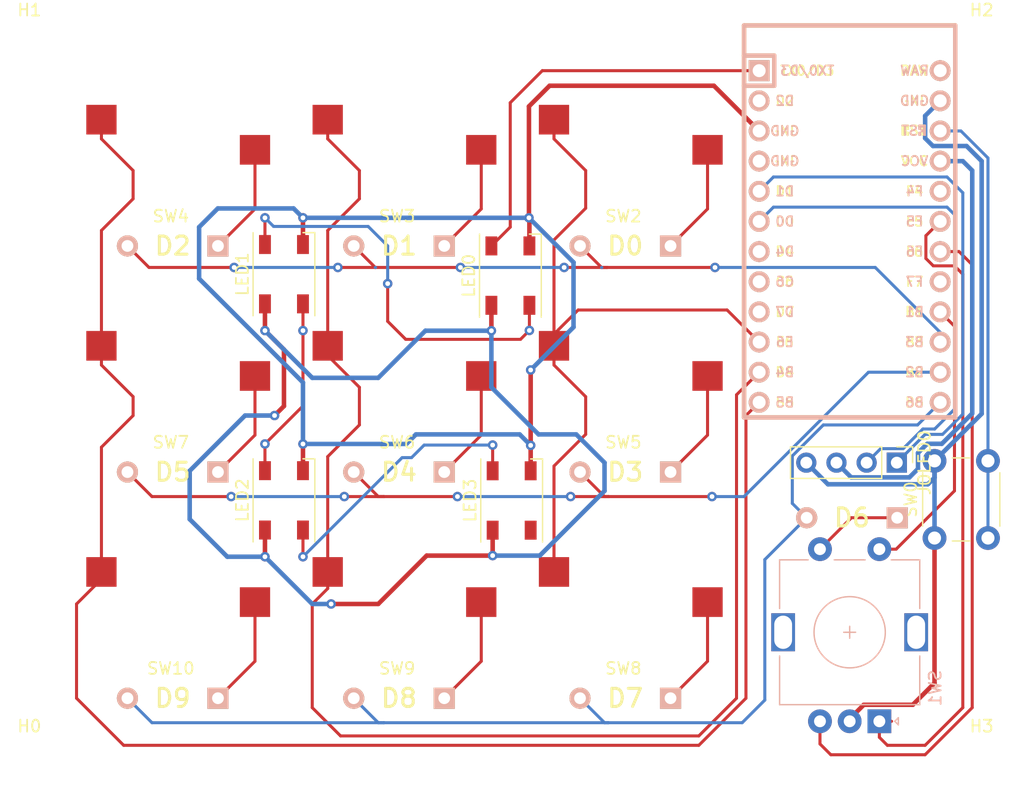
<source format=kicad_pcb>
(kicad_pcb (version 20171130) (host pcbnew "(5.1.6-0-10_14)")

  (general
    (thickness 1.6)
    (drawings 9)
    (tracks 309)
    (zones 0)
    (modules 31)
    (nets 37)
  )

  (page A4)
  (layers
    (0 F.Cu signal)
    (31 B.Cu signal)
    (32 B.Adhes user)
    (33 F.Adhes user)
    (34 B.Paste user)
    (35 F.Paste user)
    (36 B.SilkS user)
    (37 F.SilkS user)
    (38 B.Mask user)
    (39 F.Mask user)
    (40 Dwgs.User user)
    (41 Cmts.User user)
    (42 Eco1.User user)
    (43 Eco2.User user)
    (44 Edge.Cuts user)
    (45 Margin user)
    (46 B.CrtYd user)
    (47 F.CrtYd user)
    (48 B.Fab user)
    (49 F.Fab user)
  )

  (setup
    (last_trace_width 0.254)
    (trace_clearance 0.2)
    (zone_clearance 0.508)
    (zone_45_only no)
    (trace_min 0.2)
    (via_size 0.8)
    (via_drill 0.4)
    (via_min_size 0.4)
    (via_min_drill 0.3)
    (uvia_size 0.3)
    (uvia_drill 0.1)
    (uvias_allowed no)
    (uvia_min_size 0.2)
    (uvia_min_drill 0.1)
    (edge_width 0.05)
    (segment_width 0.2)
    (pcb_text_width 0.3)
    (pcb_text_size 1.5 1.5)
    (mod_edge_width 0.12)
    (mod_text_size 1 1)
    (mod_text_width 0.15)
    (pad_size 1.524 1.524)
    (pad_drill 0.762)
    (pad_to_mask_clearance 0.05)
    (aux_axis_origin 0 0)
    (visible_elements FFFFF77F)
    (pcbplotparams
      (layerselection 0x010fc_ffffffff)
      (usegerberextensions false)
      (usegerberattributes true)
      (usegerberadvancedattributes true)
      (creategerberjobfile true)
      (excludeedgelayer true)
      (linewidth 0.100000)
      (plotframeref false)
      (viasonmask false)
      (mode 1)
      (useauxorigin false)
      (hpglpennumber 1)
      (hpglpenspeed 20)
      (hpglpendiameter 15.000000)
      (psnegative false)
      (psa4output false)
      (plotreference true)
      (plotvalue true)
      (plotinvisibletext false)
      (padsonsilk false)
      (subtractmaskfromsilk false)
      (outputformat 1)
      (mirror false)
      (drillshape 1)
      (scaleselection 1)
      (outputdirectory ""))
  )

  (net 0 "")
  (net 1 "Net-(D0-Pad2)")
  (net 2 R0)
  (net 3 "Net-(D1-Pad2)")
  (net 4 "Net-(D2-Pad2)")
  (net 5 "Net-(D3-Pad2)")
  (net 6 R1)
  (net 7 "Net-(D4-Pad2)")
  (net 8 "Net-(D5-Pad2)")
  (net 9 ENR)
  (net 10 R2)
  (net 11 "Net-(D7-Pad2)")
  (net 12 "Net-(D8-Pad2)")
  (net 13 "Net-(D9-Pad2)")
  (net 14 SDA)
  (net 15 SCL)
  (net 16 VCC)
  (net 17 GND)
  (net 18 LEDS)
  (net 19 "Net-(LED0-Pad2)")
  (net 20 "Net-(LED1-Pad2)")
  (net 21 "Net-(LED2-Pad2)")
  (net 22 "Net-(LED3-Pad2)")
  (net 23 RST)
  (net 24 C0)
  (net 25 EN1)
  (net 26 EN0)
  (net 27 C1)
  (net 28 C2)
  (net 29 C3)
  (net 30 "Net-(U0-Pad24)")
  (net 31 "Net-(U0-Pad20)")
  (net 32 "Net-(U0-Pad17)")
  (net 33 "Net-(U0-Pad9)")
  (net 34 "Net-(U0-Pad8)")
  (net 35 "Net-(U0-Pad7)")
  (net 36 "Net-(U0-Pad2)")

  (net_class Default "This is the default net class."
    (clearance 0.2)
    (trace_width 0.254)
    (via_dia 0.8)
    (via_drill 0.4)
    (uvia_dia 0.3)
    (uvia_drill 0.1)
    (add_net C0)
    (add_net C1)
    (add_net C2)
    (add_net C3)
    (add_net EN0)
    (add_net EN1)
    (add_net ENR)
    (add_net LEDS)
    (add_net "Net-(D0-Pad2)")
    (add_net "Net-(D1-Pad2)")
    (add_net "Net-(D2-Pad2)")
    (add_net "Net-(D3-Pad2)")
    (add_net "Net-(D4-Pad2)")
    (add_net "Net-(D5-Pad2)")
    (add_net "Net-(D7-Pad2)")
    (add_net "Net-(D8-Pad2)")
    (add_net "Net-(D9-Pad2)")
    (add_net "Net-(LED0-Pad2)")
    (add_net "Net-(LED1-Pad2)")
    (add_net "Net-(LED2-Pad2)")
    (add_net "Net-(LED3-Pad2)")
    (add_net "Net-(U0-Pad17)")
    (add_net "Net-(U0-Pad2)")
    (add_net "Net-(U0-Pad20)")
    (add_net "Net-(U0-Pad24)")
    (add_net "Net-(U0-Pad7)")
    (add_net "Net-(U0-Pad8)")
    (add_net "Net-(U0-Pad9)")
    (add_net R0)
    (add_net R1)
    (add_net R2)
    (add_net RST)
    (add_net SCL)
    (add_net SDA)
  )

  (net_class Power ""
    (clearance 0.2)
    (trace_width 0.381)
    (via_dia 0.8)
    (via_drill 0.4)
    (uvia_dia 0.3)
    (uvia_drill 0.1)
    (add_net GND)
    (add_net VCC)
  )

  (module MX_Only:MXOnly-1U-Hotswap locked (layer B.Cu) (tedit 5BFF7B40) (tstamp 5F02F0C5)
    (at 204.7875 88.10625 180)
    (path /5F0D49D8)
    (attr smd)
    (fp_text reference SW6 (at 0 -3.048) (layer F.CrtYd)
      (effects (font (size 1 1) (thickness 0.15)))
    )
    (fp_text value SW_Push (at 0 7.9375) (layer Dwgs.User)
      (effects (font (size 1 1) (thickness 0.15)))
    )
    (fp_line (start -5.842 1.27) (end -5.842 3.81) (layer F.CrtYd) (width 0.15))
    (fp_line (start -8.382 1.27) (end -5.842 1.27) (layer F.CrtYd) (width 0.15))
    (fp_line (start -8.382 3.81) (end -8.382 1.27) (layer F.CrtYd) (width 0.15))
    (fp_line (start -5.842 3.81) (end -8.382 3.81) (layer F.CrtYd) (width 0.15))
    (fp_line (start 4.572 3.81) (end 4.572 6.35) (layer F.CrtYd) (width 0.15))
    (fp_line (start 7.112 3.81) (end 4.572 3.81) (layer F.CrtYd) (width 0.15))
    (fp_line (start 7.112 6.35) (end 7.112 3.81) (layer F.CrtYd) (width 0.15))
    (fp_line (start 4.572 6.35) (end 7.112 6.35) (layer F.CrtYd) (width 0.15))
    (fp_circle (center -3.81 2.54) (end -3.81 4.064) (layer F.CrtYd) (width 0.15))
    (fp_circle (center 2.54 5.08) (end 2.54 6.604) (layer F.CrtYd) (width 0.15))
    (fp_line (start -9.525 -9.525) (end -9.525 9.525) (layer Dwgs.User) (width 0.15))
    (fp_line (start 9.525 -9.525) (end -9.525 -9.525) (layer Dwgs.User) (width 0.15))
    (fp_line (start 9.525 9.525) (end 9.525 -9.525) (layer Dwgs.User) (width 0.15))
    (fp_line (start -9.525 9.525) (end 9.525 9.525) (layer Dwgs.User) (width 0.15))
    (fp_line (start -7 7) (end -7 5) (layer Dwgs.User) (width 0.15))
    (fp_line (start -5 7) (end -7 7) (layer Dwgs.User) (width 0.15))
    (fp_line (start -7 -7) (end -5 -7) (layer Dwgs.User) (width 0.15))
    (fp_line (start -7 -5) (end -7 -7) (layer Dwgs.User) (width 0.15))
    (fp_line (start 7 -7) (end 7 -5) (layer Dwgs.User) (width 0.15))
    (fp_line (start 5 -7) (end 7 -7) (layer Dwgs.User) (width 0.15))
    (fp_line (start 7 7) (end 7 5) (layer Dwgs.User) (width 0.15))
    (fp_line (start 5 7) (end 7 7) (layer Dwgs.User) (width 0.15))
    (fp_text user %R (at 0 -3.048) (layer F.SilkS)
      (effects (font (size 1 1) (thickness 0.15)))
    )
    (pad "" np_thru_hole circle (at 2.54 5.08 180) (size 3 3) (drill 3) (layers *.Cu *.Mask))
    (pad "" np_thru_hole circle (at 0 0 180) (size 3.9878 3.9878) (drill 3.9878) (layers *.Cu *.Mask))
    (pad "" np_thru_hole circle (at -3.81 2.54 180) (size 3 3) (drill 3) (layers *.Cu *.Mask))
    (pad "" np_thru_hole circle (at -5.08 0 131.9004) (size 1.75 1.75) (drill 1.75) (layers *.Cu *.Mask))
    (pad "" np_thru_hole circle (at 5.08 0 131.9004) (size 1.75 1.75) (drill 1.75) (layers *.Cu *.Mask))
    (pad 1 smd rect (at -7.085 2.54 180) (size 2.55 2.5) (layers F.Cu F.Paste F.Mask)
      (net 7 "Net-(D4-Pad2)"))
    (pad 2 smd rect (at 5.842 5.08 180) (size 2.55 2.5) (layers F.Cu F.Paste F.Mask)
      (net 28 C2))
  )

  (module Keebio-Parts:ArduinoProMicro locked (layer F.Cu) (tedit 5B307E4C) (tstamp 5F02F2D7)
    (at 242.8875 73.81875 270)
    (path /5F031D44)
    (fp_text reference U0 (at 0 1.625 90) (layer F.SilkS) hide
      (effects (font (size 1.27 1.524) (thickness 0.2032)))
    )
    (fp_text value ProMicro (at 0 0 90) (layer F.SilkS) hide
      (effects (font (size 1.27 1.524) (thickness 0.2032)))
    )
    (fp_line (start -12.7 6.35) (end -12.7 8.89) (layer B.SilkS) (width 0.381))
    (fp_line (start -15.24 6.35) (end -12.7 6.35) (layer B.SilkS) (width 0.381))
    (fp_line (start -15.24 8.89) (end 15.24 8.89) (layer F.SilkS) (width 0.381))
    (fp_line (start 15.24 8.89) (end 15.24 -8.89) (layer F.SilkS) (width 0.381))
    (fp_line (start 15.24 -8.89) (end -15.24 -8.89) (layer F.SilkS) (width 0.381))
    (fp_line (start -15.24 6.35) (end -12.7 6.35) (layer F.SilkS) (width 0.381))
    (fp_line (start -12.7 6.35) (end -12.7 8.89) (layer F.SilkS) (width 0.381))
    (fp_poly (pts (xy -9.36064 -4.931568) (xy -9.06064 -4.931568) (xy -9.06064 -4.831568) (xy -9.36064 -4.831568)) (layer F.SilkS) (width 0.15))
    (fp_poly (pts (xy -8.96064 -4.731568) (xy -8.86064 -4.731568) (xy -8.86064 -4.631568) (xy -8.96064 -4.631568)) (layer F.SilkS) (width 0.15))
    (fp_poly (pts (xy -9.36064 -4.931568) (xy -9.26064 -4.931568) (xy -9.26064 -4.431568) (xy -9.36064 -4.431568)) (layer F.SilkS) (width 0.15))
    (fp_poly (pts (xy -9.36064 -4.531568) (xy -8.56064 -4.531568) (xy -8.56064 -4.431568) (xy -9.36064 -4.431568)) (layer F.SilkS) (width 0.15))
    (fp_poly (pts (xy -8.76064 -4.931568) (xy -8.56064 -4.931568) (xy -8.56064 -4.831568) (xy -8.76064 -4.831568)) (layer F.SilkS) (width 0.15))
    (fp_poly (pts (xy -8.95097 -6.044635) (xy -8.85097 -6.044635) (xy -8.85097 -6.144635) (xy -8.95097 -6.144635)) (layer B.SilkS) (width 0.15))
    (fp_poly (pts (xy -9.35097 -6.244635) (xy -8.55097 -6.244635) (xy -8.55097 -6.344635) (xy -9.35097 -6.344635)) (layer B.SilkS) (width 0.15))
    (fp_poly (pts (xy -8.75097 -5.844635) (xy -8.55097 -5.844635) (xy -8.55097 -5.944635) (xy -8.75097 -5.944635)) (layer B.SilkS) (width 0.15))
    (fp_poly (pts (xy -9.35097 -5.844635) (xy -9.05097 -5.844635) (xy -9.05097 -5.944635) (xy -9.35097 -5.944635)) (layer B.SilkS) (width 0.15))
    (fp_poly (pts (xy -9.35097 -5.844635) (xy -9.25097 -5.844635) (xy -9.25097 -6.344635) (xy -9.35097 -6.344635)) (layer B.SilkS) (width 0.15))
    (fp_line (start 15.24 -8.89) (end -17.78 -8.89) (layer B.SilkS) (width 0.381))
    (fp_line (start 15.24 8.89) (end 15.24 -8.89) (layer B.SilkS) (width 0.381))
    (fp_line (start -17.78 8.89) (end 15.24 8.89) (layer B.SilkS) (width 0.381))
    (fp_line (start -17.78 -8.89) (end -17.78 8.89) (layer B.SilkS) (width 0.381))
    (fp_line (start -15.24 -8.89) (end -17.78 -8.89) (layer F.SilkS) (width 0.381))
    (fp_line (start -17.78 -8.89) (end -17.78 8.89) (layer F.SilkS) (width 0.381))
    (fp_line (start -17.78 8.89) (end -15.24 8.89) (layer F.SilkS) (width 0.381))
    (fp_line (start -14.224 -3.556) (end -14.224 3.81) (layer Dwgs.User) (width 0.2))
    (fp_line (start -14.224 3.81) (end -19.304 3.81) (layer Dwgs.User) (width 0.2))
    (fp_line (start -19.304 3.81) (end -19.304 -3.556) (layer Dwgs.User) (width 0.2))
    (fp_line (start -19.304 -3.556) (end -14.224 -3.556) (layer Dwgs.User) (width 0.2))
    (fp_line (start -15.24 6.35) (end -15.24 8.89) (layer B.SilkS) (width 0.381))
    (fp_line (start -15.24 6.35) (end -15.24 8.89) (layer F.SilkS) (width 0.381))
    (fp_text user ST (at -8.91 -5.04) (layer B.SilkS)
      (effects (font (size 0.8 0.8) (thickness 0.15)) (justify mirror))
    )
    (fp_text user TX0/D3 (at -13.97 3.571872) (layer F.SilkS)
      (effects (font (size 0.8 0.8) (thickness 0.15)))
    )
    (fp_text user TX0/D3 (at -13.97 3.571872) (layer B.SilkS)
      (effects (font (size 0.8 0.8) (thickness 0.15)) (justify mirror))
    )
    (fp_text user D2 (at -11.43 5.461) (layer F.SilkS)
      (effects (font (size 0.8 0.8) (thickness 0.15)))
    )
    (fp_text user D0 (at -1.27 5.461) (layer F.SilkS)
      (effects (font (size 0.8 0.8) (thickness 0.15)))
    )
    (fp_text user D1 (at -3.81 5.461) (layer F.SilkS)
      (effects (font (size 0.8 0.8) (thickness 0.15)))
    )
    (fp_text user GND (at -6.35 5.461) (layer F.SilkS)
      (effects (font (size 0.8 0.8) (thickness 0.15)))
    )
    (fp_text user GND (at -8.89 5.461) (layer F.SilkS)
      (effects (font (size 0.8 0.8) (thickness 0.15)))
    )
    (fp_text user D4 (at 1.27 5.461) (layer F.SilkS)
      (effects (font (size 0.8 0.8) (thickness 0.15)))
    )
    (fp_text user C6 (at 3.81 5.461) (layer F.SilkS)
      (effects (font (size 0.8 0.8) (thickness 0.15)))
    )
    (fp_text user D7 (at 6.35 5.461) (layer F.SilkS)
      (effects (font (size 0.8 0.8) (thickness 0.15)))
    )
    (fp_text user E6 (at 8.89 5.461) (layer F.SilkS)
      (effects (font (size 0.8 0.8) (thickness 0.15)))
    )
    (fp_text user B4 (at 11.43 5.461) (layer F.SilkS)
      (effects (font (size 0.8 0.8) (thickness 0.15)))
    )
    (fp_text user B5 (at 13.97 5.461) (layer F.SilkS)
      (effects (font (size 0.8 0.8) (thickness 0.15)))
    )
    (fp_text user B6 (at 13.97 -5.461) (layer F.SilkS)
      (effects (font (size 0.8 0.8) (thickness 0.15)))
    )
    (fp_text user B2 (at 11.43 -5.461) (layer B.SilkS)
      (effects (font (size 0.8 0.8) (thickness 0.15)) (justify mirror))
    )
    (fp_text user B3 (at 8.89 -5.461) (layer F.SilkS)
      (effects (font (size 0.8 0.8) (thickness 0.15)))
    )
    (fp_text user B1 (at 6.35 -5.461) (layer F.SilkS)
      (effects (font (size 0.8 0.8) (thickness 0.15)))
    )
    (fp_text user F7 (at 3.81 -5.461) (layer B.SilkS)
      (effects (font (size 0.8 0.8) (thickness 0.15)) (justify mirror))
    )
    (fp_text user F6 (at 1.27 -5.461) (layer B.SilkS)
      (effects (font (size 0.8 0.8) (thickness 0.15)) (justify mirror))
    )
    (fp_text user F5 (at -1.27 -5.461) (layer B.SilkS)
      (effects (font (size 0.8 0.8) (thickness 0.15)) (justify mirror))
    )
    (fp_text user F4 (at -3.81 -5.461) (layer F.SilkS)
      (effects (font (size 0.8 0.8) (thickness 0.15)))
    )
    (fp_text user VCC (at -6.35 -5.461) (layer F.SilkS)
      (effects (font (size 0.8 0.8) (thickness 0.15)))
    )
    (fp_text user ST (at -8.92 -5.73312) (layer F.SilkS)
      (effects (font (size 0.8 0.8) (thickness 0.15)))
    )
    (fp_text user GND (at -11.43 -5.461) (layer F.SilkS)
      (effects (font (size 0.8 0.8) (thickness 0.15)))
    )
    (fp_text user RAW (at -13.97 -5.461) (layer F.SilkS)
      (effects (font (size 0.8 0.8) (thickness 0.15)))
    )
    (fp_text user RAW (at -13.97 -5.461) (layer B.SilkS)
      (effects (font (size 0.8 0.8) (thickness 0.15)) (justify mirror))
    )
    (fp_text user GND (at -11.43 -5.461) (layer B.SilkS)
      (effects (font (size 0.8 0.8) (thickness 0.15)) (justify mirror))
    )
    (fp_text user VCC (at -6.35 -5.461) (layer B.SilkS)
      (effects (font (size 0.8 0.8) (thickness 0.15)) (justify mirror))
    )
    (fp_text user F4 (at -3.81 -5.461) (layer B.SilkS)
      (effects (font (size 0.8 0.8) (thickness 0.15)) (justify mirror))
    )
    (fp_text user F5 (at -1.27 -5.461) (layer F.SilkS)
      (effects (font (size 0.8 0.8) (thickness 0.15)))
    )
    (fp_text user F6 (at 1.27 -5.461) (layer F.SilkS)
      (effects (font (size 0.8 0.8) (thickness 0.15)))
    )
    (fp_text user F7 (at 3.81 -5.461) (layer F.SilkS)
      (effects (font (size 0.8 0.8) (thickness 0.15)))
    )
    (fp_text user B1 (at 6.35 -5.461) (layer B.SilkS)
      (effects (font (size 0.8 0.8) (thickness 0.15)) (justify mirror))
    )
    (fp_text user B3 (at 8.89 -5.461) (layer B.SilkS)
      (effects (font (size 0.8 0.8) (thickness 0.15)) (justify mirror))
    )
    (fp_text user B2 (at 11.43 -5.461) (layer F.SilkS)
      (effects (font (size 0.8 0.8) (thickness 0.15)))
    )
    (fp_text user B6 (at 13.97 -5.461) (layer B.SilkS)
      (effects (font (size 0.8 0.8) (thickness 0.15)) (justify mirror))
    )
    (fp_text user B5 (at 13.97 5.461) (layer B.SilkS)
      (effects (font (size 0.8 0.8) (thickness 0.15)) (justify mirror))
    )
    (fp_text user B4 (at 11.43 5.461) (layer B.SilkS)
      (effects (font (size 0.8 0.8) (thickness 0.15)) (justify mirror))
    )
    (fp_text user E6 (at 8.89 5.461) (layer B.SilkS)
      (effects (font (size 0.8 0.8) (thickness 0.15)) (justify mirror))
    )
    (fp_text user D7 (at 6.35 5.461) (layer B.SilkS)
      (effects (font (size 0.8 0.8) (thickness 0.15)) (justify mirror))
    )
    (fp_text user C6 (at 3.81 5.461) (layer B.SilkS)
      (effects (font (size 0.8 0.8) (thickness 0.15)) (justify mirror))
    )
    (fp_text user D4 (at 1.27 5.461) (layer B.SilkS)
      (effects (font (size 0.8 0.8) (thickness 0.15)) (justify mirror))
    )
    (fp_text user GND (at -8.89 5.461) (layer B.SilkS)
      (effects (font (size 0.8 0.8) (thickness 0.15)) (justify mirror))
    )
    (fp_text user GND (at -6.35 5.461) (layer B.SilkS)
      (effects (font (size 0.8 0.8) (thickness 0.15)) (justify mirror))
    )
    (fp_text user D1 (at -3.81 5.461) (layer B.SilkS)
      (effects (font (size 0.8 0.8) (thickness 0.15)) (justify mirror))
    )
    (fp_text user D0 (at -1.27 5.461) (layer B.SilkS)
      (effects (font (size 0.8 0.8) (thickness 0.15)) (justify mirror))
    )
    (fp_text user D2 (at -11.43 5.461) (layer B.SilkS)
      (effects (font (size 0.8 0.8) (thickness 0.15)) (justify mirror))
    )
    (pad 24 thru_hole circle (at -13.97 -7.62 270) (size 1.7526 1.7526) (drill 1.0922) (layers *.Cu *.SilkS *.Mask)
      (net 30 "Net-(U0-Pad24)"))
    (pad 12 thru_hole circle (at 13.97 7.62 270) (size 1.7526 1.7526) (drill 1.0922) (layers *.Cu *.SilkS *.Mask)
      (net 29 C3))
    (pad 23 thru_hole circle (at -11.43 -7.62 270) (size 1.7526 1.7526) (drill 1.0922) (layers *.Cu *.SilkS *.Mask)
      (net 17 GND))
    (pad 22 thru_hole circle (at -8.89 -7.62 270) (size 1.7526 1.7526) (drill 1.0922) (layers *.Cu *.SilkS *.Mask)
      (net 23 RST))
    (pad 21 thru_hole circle (at -6.35 -7.62 270) (size 1.7526 1.7526) (drill 1.0922) (layers *.Cu *.SilkS *.Mask)
      (net 16 VCC))
    (pad 20 thru_hole circle (at -3.81 -7.62 270) (size 1.7526 1.7526) (drill 1.0922) (layers *.Cu *.SilkS *.Mask)
      (net 31 "Net-(U0-Pad20)"))
    (pad 19 thru_hole circle (at -1.27 -7.62 270) (size 1.7526 1.7526) (drill 1.0922) (layers *.Cu *.SilkS *.Mask)
      (net 26 EN0))
    (pad 18 thru_hole circle (at 1.27 -7.62 270) (size 1.7526 1.7526) (drill 1.0922) (layers *.Cu *.SilkS *.Mask)
      (net 25 EN1))
    (pad 17 thru_hole circle (at 3.81 -7.62 270) (size 1.7526 1.7526) (drill 1.0922) (layers *.Cu *.SilkS *.Mask)
      (net 32 "Net-(U0-Pad17)"))
    (pad 16 thru_hole circle (at 6.35 -7.62 270) (size 1.7526 1.7526) (drill 1.0922) (layers *.Cu *.SilkS *.Mask)
      (net 24 C0))
    (pad 15 thru_hole circle (at 8.89 -7.62 270) (size 1.7526 1.7526) (drill 1.0922) (layers *.Cu *.SilkS *.Mask)
      (net 2 R0))
    (pad 14 thru_hole circle (at 11.43 -7.62 270) (size 1.7526 1.7526) (drill 1.0922) (layers *.Cu *.SilkS *.Mask)
      (net 6 R1))
    (pad 13 thru_hole circle (at 13.97 -7.62 270) (size 1.7526 1.7526) (drill 1.0922) (layers *.Cu *.SilkS *.Mask)
      (net 10 R2))
    (pad 11 thru_hole circle (at 11.43 7.62 270) (size 1.7526 1.7526) (drill 1.0922) (layers *.Cu *.SilkS *.Mask)
      (net 28 C2))
    (pad 10 thru_hole circle (at 8.89 7.62 270) (size 1.7526 1.7526) (drill 1.0922) (layers *.Cu *.SilkS *.Mask)
      (net 27 C1))
    (pad 9 thru_hole circle (at 6.35 7.62 270) (size 1.7526 1.7526) (drill 1.0922) (layers *.Cu *.SilkS *.Mask)
      (net 33 "Net-(U0-Pad9)"))
    (pad 8 thru_hole circle (at 3.81 7.62 270) (size 1.7526 1.7526) (drill 1.0922) (layers *.Cu *.SilkS *.Mask)
      (net 34 "Net-(U0-Pad8)"))
    (pad 7 thru_hole circle (at 1.27 7.62 270) (size 1.7526 1.7526) (drill 1.0922) (layers *.Cu *.SilkS *.Mask)
      (net 35 "Net-(U0-Pad7)"))
    (pad 6 thru_hole circle (at -1.27 7.62 270) (size 1.7526 1.7526) (drill 1.0922) (layers *.Cu *.SilkS *.Mask)
      (net 15 SCL))
    (pad 5 thru_hole circle (at -3.81 7.62 270) (size 1.7526 1.7526) (drill 1.0922) (layers *.Cu *.SilkS *.Mask)
      (net 14 SDA))
    (pad 4 thru_hole circle (at -6.35 7.62 270) (size 1.7526 1.7526) (drill 1.0922) (layers *.Cu *.SilkS *.Mask)
      (net 17 GND))
    (pad 3 thru_hole circle (at -8.89 7.62 270) (size 1.7526 1.7526) (drill 1.0922) (layers *.Cu *.SilkS *.Mask)
      (net 17 GND))
    (pad 2 thru_hole circle (at -11.43 7.62 270) (size 1.7526 1.7526) (drill 1.0922) (layers *.Cu *.SilkS *.Mask)
      (net 36 "Net-(U0-Pad2)"))
    (pad 1 thru_hole rect (at -13.97 7.62 270) (size 1.7526 1.7526) (drill 1.0922) (layers *.Cu *.SilkS *.Mask)
      (net 18 LEDS))
    (model /Users/danny/Documents/proj/custom-keyboard/kicad-libs/3d_models/ArduinoProMicro.wrl
      (offset (xyz -13.96999979019165 -7.619999885559082 -5.841999912261963))
      (scale (xyz 0.395 0.395 0.395))
      (rotate (xyz 90 180 180))
    )
  )

  (module MX_Only:MXOnly-1U-Hotswap locked (layer B.Cu) (tedit 5BFF7B40) (tstamp 5F02F14D)
    (at 185.7375 107.15625 180)
    (path /5F0DDB22)
    (attr smd)
    (fp_text reference SW10 (at 0 -3.048) (layer F.CrtYd)
      (effects (font (size 1 1) (thickness 0.15)))
    )
    (fp_text value SW_Push (at 0 7.9375) (layer Dwgs.User)
      (effects (font (size 1 1) (thickness 0.15)))
    )
    (fp_line (start -5.842 1.27) (end -5.842 3.81) (layer F.CrtYd) (width 0.15))
    (fp_line (start -8.382 1.27) (end -5.842 1.27) (layer F.CrtYd) (width 0.15))
    (fp_line (start -8.382 3.81) (end -8.382 1.27) (layer F.CrtYd) (width 0.15))
    (fp_line (start -5.842 3.81) (end -8.382 3.81) (layer F.CrtYd) (width 0.15))
    (fp_line (start 4.572 3.81) (end 4.572 6.35) (layer F.CrtYd) (width 0.15))
    (fp_line (start 7.112 3.81) (end 4.572 3.81) (layer F.CrtYd) (width 0.15))
    (fp_line (start 7.112 6.35) (end 7.112 3.81) (layer F.CrtYd) (width 0.15))
    (fp_line (start 4.572 6.35) (end 7.112 6.35) (layer F.CrtYd) (width 0.15))
    (fp_circle (center -3.81 2.54) (end -3.81 4.064) (layer F.CrtYd) (width 0.15))
    (fp_circle (center 2.54 5.08) (end 2.54 6.604) (layer F.CrtYd) (width 0.15))
    (fp_line (start -9.525 -9.525) (end -9.525 9.525) (layer Dwgs.User) (width 0.15))
    (fp_line (start 9.525 -9.525) (end -9.525 -9.525) (layer Dwgs.User) (width 0.15))
    (fp_line (start 9.525 9.525) (end 9.525 -9.525) (layer Dwgs.User) (width 0.15))
    (fp_line (start -9.525 9.525) (end 9.525 9.525) (layer Dwgs.User) (width 0.15))
    (fp_line (start -7 7) (end -7 5) (layer Dwgs.User) (width 0.15))
    (fp_line (start -5 7) (end -7 7) (layer Dwgs.User) (width 0.15))
    (fp_line (start -7 -7) (end -5 -7) (layer Dwgs.User) (width 0.15))
    (fp_line (start -7 -5) (end -7 -7) (layer Dwgs.User) (width 0.15))
    (fp_line (start 7 -7) (end 7 -5) (layer Dwgs.User) (width 0.15))
    (fp_line (start 5 -7) (end 7 -7) (layer Dwgs.User) (width 0.15))
    (fp_line (start 7 7) (end 7 5) (layer Dwgs.User) (width 0.15))
    (fp_line (start 5 7) (end 7 7) (layer Dwgs.User) (width 0.15))
    (fp_text user %R (at 0 -3.048) (layer F.SilkS)
      (effects (font (size 1 1) (thickness 0.15)))
    )
    (pad "" np_thru_hole circle (at 2.54 5.08 180) (size 3 3) (drill 3) (layers *.Cu *.Mask))
    (pad "" np_thru_hole circle (at 0 0 180) (size 3.9878 3.9878) (drill 3.9878) (layers *.Cu *.Mask))
    (pad "" np_thru_hole circle (at -3.81 2.54 180) (size 3 3) (drill 3) (layers *.Cu *.Mask))
    (pad "" np_thru_hole circle (at -5.08 0 131.9004) (size 1.75 1.75) (drill 1.75) (layers *.Cu *.Mask))
    (pad "" np_thru_hole circle (at 5.08 0 131.9004) (size 1.75 1.75) (drill 1.75) (layers *.Cu *.Mask))
    (pad 1 smd rect (at -7.085 2.54 180) (size 2.55 2.5) (layers F.Cu F.Paste F.Mask)
      (net 13 "Net-(D9-Pad2)"))
    (pad 2 smd rect (at 5.842 5.08 180) (size 2.55 2.5) (layers F.Cu F.Paste F.Mask)
      (net 29 C3))
  )

  (module MX_Only:MXOnly-1U-Hotswap locked (layer B.Cu) (tedit 5BFF7B40) (tstamp 5F02F12B)
    (at 204.7875 107.15625 180)
    (path /5F0DD492)
    (attr smd)
    (fp_text reference SW9 (at 0 -3.048) (layer F.CrtYd)
      (effects (font (size 1 1) (thickness 0.15)))
    )
    (fp_text value SW_Push (at 0 7.9375) (layer Dwgs.User)
      (effects (font (size 1 1) (thickness 0.15)))
    )
    (fp_line (start -5.842 1.27) (end -5.842 3.81) (layer F.CrtYd) (width 0.15))
    (fp_line (start -8.382 1.27) (end -5.842 1.27) (layer F.CrtYd) (width 0.15))
    (fp_line (start -8.382 3.81) (end -8.382 1.27) (layer F.CrtYd) (width 0.15))
    (fp_line (start -5.842 3.81) (end -8.382 3.81) (layer F.CrtYd) (width 0.15))
    (fp_line (start 4.572 3.81) (end 4.572 6.35) (layer F.CrtYd) (width 0.15))
    (fp_line (start 7.112 3.81) (end 4.572 3.81) (layer F.CrtYd) (width 0.15))
    (fp_line (start 7.112 6.35) (end 7.112 3.81) (layer F.CrtYd) (width 0.15))
    (fp_line (start 4.572 6.35) (end 7.112 6.35) (layer F.CrtYd) (width 0.15))
    (fp_circle (center -3.81 2.54) (end -3.81 4.064) (layer F.CrtYd) (width 0.15))
    (fp_circle (center 2.54 5.08) (end 2.54 6.604) (layer F.CrtYd) (width 0.15))
    (fp_line (start -9.525 -9.525) (end -9.525 9.525) (layer Dwgs.User) (width 0.15))
    (fp_line (start 9.525 -9.525) (end -9.525 -9.525) (layer Dwgs.User) (width 0.15))
    (fp_line (start 9.525 9.525) (end 9.525 -9.525) (layer Dwgs.User) (width 0.15))
    (fp_line (start -9.525 9.525) (end 9.525 9.525) (layer Dwgs.User) (width 0.15))
    (fp_line (start -7 7) (end -7 5) (layer Dwgs.User) (width 0.15))
    (fp_line (start -5 7) (end -7 7) (layer Dwgs.User) (width 0.15))
    (fp_line (start -7 -7) (end -5 -7) (layer Dwgs.User) (width 0.15))
    (fp_line (start -7 -5) (end -7 -7) (layer Dwgs.User) (width 0.15))
    (fp_line (start 7 -7) (end 7 -5) (layer Dwgs.User) (width 0.15))
    (fp_line (start 5 -7) (end 7 -7) (layer Dwgs.User) (width 0.15))
    (fp_line (start 7 7) (end 7 5) (layer Dwgs.User) (width 0.15))
    (fp_line (start 5 7) (end 7 7) (layer Dwgs.User) (width 0.15))
    (fp_text user %R (at 0 -3.048) (layer F.SilkS)
      (effects (font (size 1 1) (thickness 0.15)))
    )
    (pad "" np_thru_hole circle (at 2.54 5.08 180) (size 3 3) (drill 3) (layers *.Cu *.Mask))
    (pad "" np_thru_hole circle (at 0 0 180) (size 3.9878 3.9878) (drill 3.9878) (layers *.Cu *.Mask))
    (pad "" np_thru_hole circle (at -3.81 2.54 180) (size 3 3) (drill 3) (layers *.Cu *.Mask))
    (pad "" np_thru_hole circle (at -5.08 0 131.9004) (size 1.75 1.75) (drill 1.75) (layers *.Cu *.Mask))
    (pad "" np_thru_hole circle (at 5.08 0 131.9004) (size 1.75 1.75) (drill 1.75) (layers *.Cu *.Mask))
    (pad 1 smd rect (at -7.085 2.54 180) (size 2.55 2.5) (layers F.Cu F.Paste F.Mask)
      (net 12 "Net-(D8-Pad2)"))
    (pad 2 smd rect (at 5.842 5.08 180) (size 2.55 2.5) (layers F.Cu F.Paste F.Mask)
      (net 28 C2))
  )

  (module MX_Only:MXOnly-1U-Hotswap locked (layer B.Cu) (tedit 5BFF7B40) (tstamp 5F02F109)
    (at 223.8375 107.15625 180)
    (path /5F0DCCD9)
    (attr smd)
    (fp_text reference SW8 (at 0 -3.048) (layer F.CrtYd)
      (effects (font (size 1 1) (thickness 0.15)))
    )
    (fp_text value SW_Push (at 0 7.9375) (layer Dwgs.User)
      (effects (font (size 1 1) (thickness 0.15)))
    )
    (fp_line (start -5.842 1.27) (end -5.842 3.81) (layer F.CrtYd) (width 0.15))
    (fp_line (start -8.382 1.27) (end -5.842 1.27) (layer F.CrtYd) (width 0.15))
    (fp_line (start -8.382 3.81) (end -8.382 1.27) (layer F.CrtYd) (width 0.15))
    (fp_line (start -5.842 3.81) (end -8.382 3.81) (layer F.CrtYd) (width 0.15))
    (fp_line (start 4.572 3.81) (end 4.572 6.35) (layer F.CrtYd) (width 0.15))
    (fp_line (start 7.112 3.81) (end 4.572 3.81) (layer F.CrtYd) (width 0.15))
    (fp_line (start 7.112 6.35) (end 7.112 3.81) (layer F.CrtYd) (width 0.15))
    (fp_line (start 4.572 6.35) (end 7.112 6.35) (layer F.CrtYd) (width 0.15))
    (fp_circle (center -3.81 2.54) (end -3.81 4.064) (layer F.CrtYd) (width 0.15))
    (fp_circle (center 2.54 5.08) (end 2.54 6.604) (layer F.CrtYd) (width 0.15))
    (fp_line (start -9.525 -9.525) (end -9.525 9.525) (layer Dwgs.User) (width 0.15))
    (fp_line (start 9.525 -9.525) (end -9.525 -9.525) (layer Dwgs.User) (width 0.15))
    (fp_line (start 9.525 9.525) (end 9.525 -9.525) (layer Dwgs.User) (width 0.15))
    (fp_line (start -9.525 9.525) (end 9.525 9.525) (layer Dwgs.User) (width 0.15))
    (fp_line (start -7 7) (end -7 5) (layer Dwgs.User) (width 0.15))
    (fp_line (start -5 7) (end -7 7) (layer Dwgs.User) (width 0.15))
    (fp_line (start -7 -7) (end -5 -7) (layer Dwgs.User) (width 0.15))
    (fp_line (start -7 -5) (end -7 -7) (layer Dwgs.User) (width 0.15))
    (fp_line (start 7 -7) (end 7 -5) (layer Dwgs.User) (width 0.15))
    (fp_line (start 5 -7) (end 7 -7) (layer Dwgs.User) (width 0.15))
    (fp_line (start 7 7) (end 7 5) (layer Dwgs.User) (width 0.15))
    (fp_line (start 5 7) (end 7 7) (layer Dwgs.User) (width 0.15))
    (fp_text user %R (at 0 -3.048) (layer F.SilkS)
      (effects (font (size 1 1) (thickness 0.15)))
    )
    (pad "" np_thru_hole circle (at 2.54 5.08 180) (size 3 3) (drill 3) (layers *.Cu *.Mask))
    (pad "" np_thru_hole circle (at 0 0 180) (size 3.9878 3.9878) (drill 3.9878) (layers *.Cu *.Mask))
    (pad "" np_thru_hole circle (at -3.81 2.54 180) (size 3 3) (drill 3) (layers *.Cu *.Mask))
    (pad "" np_thru_hole circle (at -5.08 0 131.9004) (size 1.75 1.75) (drill 1.75) (layers *.Cu *.Mask))
    (pad "" np_thru_hole circle (at 5.08 0 131.9004) (size 1.75 1.75) (drill 1.75) (layers *.Cu *.Mask))
    (pad 1 smd rect (at -7.085 2.54 180) (size 2.55 2.5) (layers F.Cu F.Paste F.Mask)
      (net 11 "Net-(D7-Pad2)"))
    (pad 2 smd rect (at 5.842 5.08 180) (size 2.55 2.5) (layers F.Cu F.Paste F.Mask)
      (net 27 C1))
  )

  (module MX_Only:MXOnly-1U-Hotswap locked (layer B.Cu) (tedit 5BFF7B40) (tstamp 5F02F0E7)
    (at 185.7375 88.10625 180)
    (path /5F0D50D4)
    (attr smd)
    (fp_text reference SW7 (at 0 -3.048) (layer F.CrtYd)
      (effects (font (size 1 1) (thickness 0.15)))
    )
    (fp_text value SW_Push (at 0 7.9375) (layer Dwgs.User)
      (effects (font (size 1 1) (thickness 0.15)))
    )
    (fp_line (start -5.842 1.27) (end -5.842 3.81) (layer F.CrtYd) (width 0.15))
    (fp_line (start -8.382 1.27) (end -5.842 1.27) (layer F.CrtYd) (width 0.15))
    (fp_line (start -8.382 3.81) (end -8.382 1.27) (layer F.CrtYd) (width 0.15))
    (fp_line (start -5.842 3.81) (end -8.382 3.81) (layer F.CrtYd) (width 0.15))
    (fp_line (start 4.572 3.81) (end 4.572 6.35) (layer F.CrtYd) (width 0.15))
    (fp_line (start 7.112 3.81) (end 4.572 3.81) (layer F.CrtYd) (width 0.15))
    (fp_line (start 7.112 6.35) (end 7.112 3.81) (layer F.CrtYd) (width 0.15))
    (fp_line (start 4.572 6.35) (end 7.112 6.35) (layer F.CrtYd) (width 0.15))
    (fp_circle (center -3.81 2.54) (end -3.81 4.064) (layer F.CrtYd) (width 0.15))
    (fp_circle (center 2.54 5.08) (end 2.54 6.604) (layer F.CrtYd) (width 0.15))
    (fp_line (start -9.525 -9.525) (end -9.525 9.525) (layer Dwgs.User) (width 0.15))
    (fp_line (start 9.525 -9.525) (end -9.525 -9.525) (layer Dwgs.User) (width 0.15))
    (fp_line (start 9.525 9.525) (end 9.525 -9.525) (layer Dwgs.User) (width 0.15))
    (fp_line (start -9.525 9.525) (end 9.525 9.525) (layer Dwgs.User) (width 0.15))
    (fp_line (start -7 7) (end -7 5) (layer Dwgs.User) (width 0.15))
    (fp_line (start -5 7) (end -7 7) (layer Dwgs.User) (width 0.15))
    (fp_line (start -7 -7) (end -5 -7) (layer Dwgs.User) (width 0.15))
    (fp_line (start -7 -5) (end -7 -7) (layer Dwgs.User) (width 0.15))
    (fp_line (start 7 -7) (end 7 -5) (layer Dwgs.User) (width 0.15))
    (fp_line (start 5 -7) (end 7 -7) (layer Dwgs.User) (width 0.15))
    (fp_line (start 7 7) (end 7 5) (layer Dwgs.User) (width 0.15))
    (fp_line (start 5 7) (end 7 7) (layer Dwgs.User) (width 0.15))
    (fp_text user %R (at 0 -3.048) (layer F.SilkS)
      (effects (font (size 1 1) (thickness 0.15)))
    )
    (pad "" np_thru_hole circle (at 2.54 5.08 180) (size 3 3) (drill 3) (layers *.Cu *.Mask))
    (pad "" np_thru_hole circle (at 0 0 180) (size 3.9878 3.9878) (drill 3.9878) (layers *.Cu *.Mask))
    (pad "" np_thru_hole circle (at -3.81 2.54 180) (size 3 3) (drill 3) (layers *.Cu *.Mask))
    (pad "" np_thru_hole circle (at -5.08 0 131.9004) (size 1.75 1.75) (drill 1.75) (layers *.Cu *.Mask))
    (pad "" np_thru_hole circle (at 5.08 0 131.9004) (size 1.75 1.75) (drill 1.75) (layers *.Cu *.Mask))
    (pad 1 smd rect (at -7.085 2.54 180) (size 2.55 2.5) (layers F.Cu F.Paste F.Mask)
      (net 8 "Net-(D5-Pad2)"))
    (pad 2 smd rect (at 5.842 5.08 180) (size 2.55 2.5) (layers F.Cu F.Paste F.Mask)
      (net 29 C3))
  )

  (module MX_Only:MXOnly-1U-Hotswap locked (layer B.Cu) (tedit 5BFF7B40) (tstamp 5F02F0A3)
    (at 223.8375 88.10625 180)
    (path /5F0CC499)
    (attr smd)
    (fp_text reference SW5 (at 0 -3.048) (layer F.CrtYd)
      (effects (font (size 1 1) (thickness 0.15)))
    )
    (fp_text value SW_Push (at 0 7.9375) (layer Dwgs.User)
      (effects (font (size 1 1) (thickness 0.15)))
    )
    (fp_line (start -5.842 1.27) (end -5.842 3.81) (layer F.CrtYd) (width 0.15))
    (fp_line (start -8.382 1.27) (end -5.842 1.27) (layer F.CrtYd) (width 0.15))
    (fp_line (start -8.382 3.81) (end -8.382 1.27) (layer F.CrtYd) (width 0.15))
    (fp_line (start -5.842 3.81) (end -8.382 3.81) (layer F.CrtYd) (width 0.15))
    (fp_line (start 4.572 3.81) (end 4.572 6.35) (layer F.CrtYd) (width 0.15))
    (fp_line (start 7.112 3.81) (end 4.572 3.81) (layer F.CrtYd) (width 0.15))
    (fp_line (start 7.112 6.35) (end 7.112 3.81) (layer F.CrtYd) (width 0.15))
    (fp_line (start 4.572 6.35) (end 7.112 6.35) (layer F.CrtYd) (width 0.15))
    (fp_circle (center -3.81 2.54) (end -3.81 4.064) (layer F.CrtYd) (width 0.15))
    (fp_circle (center 2.54 5.08) (end 2.54 6.604) (layer F.CrtYd) (width 0.15))
    (fp_line (start -9.525 -9.525) (end -9.525 9.525) (layer Dwgs.User) (width 0.15))
    (fp_line (start 9.525 -9.525) (end -9.525 -9.525) (layer Dwgs.User) (width 0.15))
    (fp_line (start 9.525 9.525) (end 9.525 -9.525) (layer Dwgs.User) (width 0.15))
    (fp_line (start -9.525 9.525) (end 9.525 9.525) (layer Dwgs.User) (width 0.15))
    (fp_line (start -7 7) (end -7 5) (layer Dwgs.User) (width 0.15))
    (fp_line (start -5 7) (end -7 7) (layer Dwgs.User) (width 0.15))
    (fp_line (start -7 -7) (end -5 -7) (layer Dwgs.User) (width 0.15))
    (fp_line (start -7 -5) (end -7 -7) (layer Dwgs.User) (width 0.15))
    (fp_line (start 7 -7) (end 7 -5) (layer Dwgs.User) (width 0.15))
    (fp_line (start 5 -7) (end 7 -7) (layer Dwgs.User) (width 0.15))
    (fp_line (start 7 7) (end 7 5) (layer Dwgs.User) (width 0.15))
    (fp_line (start 5 7) (end 7 7) (layer Dwgs.User) (width 0.15))
    (fp_text user %R (at 0 -3.048) (layer F.SilkS)
      (effects (font (size 1 1) (thickness 0.15)))
    )
    (pad "" np_thru_hole circle (at 2.54 5.08 180) (size 3 3) (drill 3) (layers *.Cu *.Mask))
    (pad "" np_thru_hole circle (at 0 0 180) (size 3.9878 3.9878) (drill 3.9878) (layers *.Cu *.Mask))
    (pad "" np_thru_hole circle (at -3.81 2.54 180) (size 3 3) (drill 3) (layers *.Cu *.Mask))
    (pad "" np_thru_hole circle (at -5.08 0 131.9004) (size 1.75 1.75) (drill 1.75) (layers *.Cu *.Mask))
    (pad "" np_thru_hole circle (at 5.08 0 131.9004) (size 1.75 1.75) (drill 1.75) (layers *.Cu *.Mask))
    (pad 1 smd rect (at -7.085 2.54 180) (size 2.55 2.5) (layers F.Cu F.Paste F.Mask)
      (net 5 "Net-(D3-Pad2)"))
    (pad 2 smd rect (at 5.842 5.08 180) (size 2.55 2.5) (layers F.Cu F.Paste F.Mask)
      (net 27 C1))
  )

  (module MX_Only:MXOnly-1U-Hotswap locked (layer B.Cu) (tedit 5BFF7B40) (tstamp 5F02F081)
    (at 185.7375 69.05625 180)
    (path /5F0C90BB)
    (attr smd)
    (fp_text reference SW4 (at 0 -3.048) (layer F.CrtYd)
      (effects (font (size 1 1) (thickness 0.15)))
    )
    (fp_text value SW_Push (at 0 7.9375) (layer Dwgs.User)
      (effects (font (size 1 1) (thickness 0.15)))
    )
    (fp_line (start -5.842 1.27) (end -5.842 3.81) (layer F.CrtYd) (width 0.15))
    (fp_line (start -8.382 1.27) (end -5.842 1.27) (layer F.CrtYd) (width 0.15))
    (fp_line (start -8.382 3.81) (end -8.382 1.27) (layer F.CrtYd) (width 0.15))
    (fp_line (start -5.842 3.81) (end -8.382 3.81) (layer F.CrtYd) (width 0.15))
    (fp_line (start 4.572 3.81) (end 4.572 6.35) (layer F.CrtYd) (width 0.15))
    (fp_line (start 7.112 3.81) (end 4.572 3.81) (layer F.CrtYd) (width 0.15))
    (fp_line (start 7.112 6.35) (end 7.112 3.81) (layer F.CrtYd) (width 0.15))
    (fp_line (start 4.572 6.35) (end 7.112 6.35) (layer F.CrtYd) (width 0.15))
    (fp_circle (center -3.81 2.54) (end -3.81 4.064) (layer F.CrtYd) (width 0.15))
    (fp_circle (center 2.54 5.08) (end 2.54 6.604) (layer F.CrtYd) (width 0.15))
    (fp_line (start -9.525 -9.525) (end -9.525 9.525) (layer Dwgs.User) (width 0.15))
    (fp_line (start 9.525 -9.525) (end -9.525 -9.525) (layer Dwgs.User) (width 0.15))
    (fp_line (start 9.525 9.525) (end 9.525 -9.525) (layer Dwgs.User) (width 0.15))
    (fp_line (start -9.525 9.525) (end 9.525 9.525) (layer Dwgs.User) (width 0.15))
    (fp_line (start -7 7) (end -7 5) (layer Dwgs.User) (width 0.15))
    (fp_line (start -5 7) (end -7 7) (layer Dwgs.User) (width 0.15))
    (fp_line (start -7 -7) (end -5 -7) (layer Dwgs.User) (width 0.15))
    (fp_line (start -7 -5) (end -7 -7) (layer Dwgs.User) (width 0.15))
    (fp_line (start 7 -7) (end 7 -5) (layer Dwgs.User) (width 0.15))
    (fp_line (start 5 -7) (end 7 -7) (layer Dwgs.User) (width 0.15))
    (fp_line (start 7 7) (end 7 5) (layer Dwgs.User) (width 0.15))
    (fp_line (start 5 7) (end 7 7) (layer Dwgs.User) (width 0.15))
    (fp_text user %R (at 0 -3.048) (layer F.SilkS)
      (effects (font (size 1 1) (thickness 0.15)))
    )
    (pad "" np_thru_hole circle (at 2.54 5.08 180) (size 3 3) (drill 3) (layers *.Cu *.Mask))
    (pad "" np_thru_hole circle (at 0 0 180) (size 3.9878 3.9878) (drill 3.9878) (layers *.Cu *.Mask))
    (pad "" np_thru_hole circle (at -3.81 2.54 180) (size 3 3) (drill 3) (layers *.Cu *.Mask))
    (pad "" np_thru_hole circle (at -5.08 0 131.9004) (size 1.75 1.75) (drill 1.75) (layers *.Cu *.Mask))
    (pad "" np_thru_hole circle (at 5.08 0 131.9004) (size 1.75 1.75) (drill 1.75) (layers *.Cu *.Mask))
    (pad 1 smd rect (at -7.085 2.54 180) (size 2.55 2.5) (layers F.Cu F.Paste F.Mask)
      (net 4 "Net-(D2-Pad2)"))
    (pad 2 smd rect (at 5.842 5.08 180) (size 2.55 2.5) (layers F.Cu F.Paste F.Mask)
      (net 29 C3))
  )

  (module MX_Only:MXOnly-1U-Hotswap locked (layer B.Cu) (tedit 5BFF7B40) (tstamp 5F02F05F)
    (at 204.7875 69.05625 180)
    (path /5F0BED3A)
    (attr smd)
    (fp_text reference SW3 (at 0 -3.048) (layer F.CrtYd)
      (effects (font (size 1 1) (thickness 0.15)))
    )
    (fp_text value SW_Push (at 0 7.9375) (layer Dwgs.User)
      (effects (font (size 1 1) (thickness 0.15)))
    )
    (fp_line (start -5.842 1.27) (end -5.842 3.81) (layer F.CrtYd) (width 0.15))
    (fp_line (start -8.382 1.27) (end -5.842 1.27) (layer F.CrtYd) (width 0.15))
    (fp_line (start -8.382 3.81) (end -8.382 1.27) (layer F.CrtYd) (width 0.15))
    (fp_line (start -5.842 3.81) (end -8.382 3.81) (layer F.CrtYd) (width 0.15))
    (fp_line (start 4.572 3.81) (end 4.572 6.35) (layer F.CrtYd) (width 0.15))
    (fp_line (start 7.112 3.81) (end 4.572 3.81) (layer F.CrtYd) (width 0.15))
    (fp_line (start 7.112 6.35) (end 7.112 3.81) (layer F.CrtYd) (width 0.15))
    (fp_line (start 4.572 6.35) (end 7.112 6.35) (layer F.CrtYd) (width 0.15))
    (fp_circle (center -3.81 2.54) (end -3.81 4.064) (layer F.CrtYd) (width 0.15))
    (fp_circle (center 2.54 5.08) (end 2.54 6.604) (layer F.CrtYd) (width 0.15))
    (fp_line (start -9.525 -9.525) (end -9.525 9.525) (layer Dwgs.User) (width 0.15))
    (fp_line (start 9.525 -9.525) (end -9.525 -9.525) (layer Dwgs.User) (width 0.15))
    (fp_line (start 9.525 9.525) (end 9.525 -9.525) (layer Dwgs.User) (width 0.15))
    (fp_line (start -9.525 9.525) (end 9.525 9.525) (layer Dwgs.User) (width 0.15))
    (fp_line (start -7 7) (end -7 5) (layer Dwgs.User) (width 0.15))
    (fp_line (start -5 7) (end -7 7) (layer Dwgs.User) (width 0.15))
    (fp_line (start -7 -7) (end -5 -7) (layer Dwgs.User) (width 0.15))
    (fp_line (start -7 -5) (end -7 -7) (layer Dwgs.User) (width 0.15))
    (fp_line (start 7 -7) (end 7 -5) (layer Dwgs.User) (width 0.15))
    (fp_line (start 5 -7) (end 7 -7) (layer Dwgs.User) (width 0.15))
    (fp_line (start 7 7) (end 7 5) (layer Dwgs.User) (width 0.15))
    (fp_line (start 5 7) (end 7 7) (layer Dwgs.User) (width 0.15))
    (fp_text user %R (at 0 -3.048) (layer F.SilkS)
      (effects (font (size 1 1) (thickness 0.15)))
    )
    (pad "" np_thru_hole circle (at 2.54 5.08 180) (size 3 3) (drill 3) (layers *.Cu *.Mask))
    (pad "" np_thru_hole circle (at 0 0 180) (size 3.9878 3.9878) (drill 3.9878) (layers *.Cu *.Mask))
    (pad "" np_thru_hole circle (at -3.81 2.54 180) (size 3 3) (drill 3) (layers *.Cu *.Mask))
    (pad "" np_thru_hole circle (at -5.08 0 131.9004) (size 1.75 1.75) (drill 1.75) (layers *.Cu *.Mask))
    (pad "" np_thru_hole circle (at 5.08 0 131.9004) (size 1.75 1.75) (drill 1.75) (layers *.Cu *.Mask))
    (pad 1 smd rect (at -7.085 2.54 180) (size 2.55 2.5) (layers F.Cu F.Paste F.Mask)
      (net 3 "Net-(D1-Pad2)"))
    (pad 2 smd rect (at 5.842 5.08 180) (size 2.55 2.5) (layers F.Cu F.Paste F.Mask)
      (net 28 C2))
  )

  (module MX_Only:MXOnly-1U-Hotswap locked (layer B.Cu) (tedit 5BFF7B40) (tstamp 5F02F03D)
    (at 223.8375 69.05625 180)
    (path /5F0B4E8D)
    (attr smd)
    (fp_text reference SW2 (at 0 -3.048) (layer F.CrtYd)
      (effects (font (size 1 1) (thickness 0.15)))
    )
    (fp_text value SW_Push (at 0 7.9375) (layer Dwgs.User)
      (effects (font (size 1 1) (thickness 0.15)))
    )
    (fp_line (start -5.842 1.27) (end -5.842 3.81) (layer F.CrtYd) (width 0.15))
    (fp_line (start -8.382 1.27) (end -5.842 1.27) (layer F.CrtYd) (width 0.15))
    (fp_line (start -8.382 3.81) (end -8.382 1.27) (layer F.CrtYd) (width 0.15))
    (fp_line (start -5.842 3.81) (end -8.382 3.81) (layer F.CrtYd) (width 0.15))
    (fp_line (start 4.572 3.81) (end 4.572 6.35) (layer F.CrtYd) (width 0.15))
    (fp_line (start 7.112 3.81) (end 4.572 3.81) (layer F.CrtYd) (width 0.15))
    (fp_line (start 7.112 6.35) (end 7.112 3.81) (layer F.CrtYd) (width 0.15))
    (fp_line (start 4.572 6.35) (end 7.112 6.35) (layer F.CrtYd) (width 0.15))
    (fp_circle (center -3.81 2.54) (end -3.81 4.064) (layer F.CrtYd) (width 0.15))
    (fp_circle (center 2.54 5.08) (end 2.54 6.604) (layer F.CrtYd) (width 0.15))
    (fp_line (start -9.525 -9.525) (end -9.525 9.525) (layer Dwgs.User) (width 0.15))
    (fp_line (start 9.525 -9.525) (end -9.525 -9.525) (layer Dwgs.User) (width 0.15))
    (fp_line (start 9.525 9.525) (end 9.525 -9.525) (layer Dwgs.User) (width 0.15))
    (fp_line (start -9.525 9.525) (end 9.525 9.525) (layer Dwgs.User) (width 0.15))
    (fp_line (start -7 7) (end -7 5) (layer Dwgs.User) (width 0.15))
    (fp_line (start -5 7) (end -7 7) (layer Dwgs.User) (width 0.15))
    (fp_line (start -7 -7) (end -5 -7) (layer Dwgs.User) (width 0.15))
    (fp_line (start -7 -5) (end -7 -7) (layer Dwgs.User) (width 0.15))
    (fp_line (start 7 -7) (end 7 -5) (layer Dwgs.User) (width 0.15))
    (fp_line (start 5 -7) (end 7 -7) (layer Dwgs.User) (width 0.15))
    (fp_line (start 7 7) (end 7 5) (layer Dwgs.User) (width 0.15))
    (fp_line (start 5 7) (end 7 7) (layer Dwgs.User) (width 0.15))
    (fp_text user %R (at 0 -3.048) (layer F.SilkS)
      (effects (font (size 1 1) (thickness 0.15)))
    )
    (pad "" np_thru_hole circle (at 2.54 5.08 180) (size 3 3) (drill 3) (layers *.Cu *.Mask))
    (pad "" np_thru_hole circle (at 0 0 180) (size 3.9878 3.9878) (drill 3.9878) (layers *.Cu *.Mask))
    (pad "" np_thru_hole circle (at -3.81 2.54 180) (size 3 3) (drill 3) (layers *.Cu *.Mask))
    (pad "" np_thru_hole circle (at -5.08 0 131.9004) (size 1.75 1.75) (drill 1.75) (layers *.Cu *.Mask))
    (pad "" np_thru_hole circle (at 5.08 0 131.9004) (size 1.75 1.75) (drill 1.75) (layers *.Cu *.Mask))
    (pad 1 smd rect (at -7.085 2.54 180) (size 2.55 2.5) (layers F.Cu F.Paste F.Mask)
      (net 1 "Net-(D0-Pad2)"))
    (pad 2 smd rect (at 5.842 5.08 180) (size 2.55 2.5) (layers F.Cu F.Paste F.Mask)
      (net 27 C1))
  )

  (module Keebio-Parts:RotaryEncoder_Alps_EC11E-Switch_Vertical_H20mm locked (layer B.Cu) (tedit 5CA39399) (tstamp 5F02F01B)
    (at 242.8875 107.15625 90)
    (descr "Alps rotary encoder, EC12E... with switch, vertical shaft, http://www.alps.com/prod/info/E/HTML/Encoder/Incremental/EC11/EC11E15204A3.html")
    (tags "rotary encoder")
    (path /5F045D84)
    (fp_text reference SW1 (at -4.7 7.2 270) (layer B.SilkS)
      (effects (font (size 1 1) (thickness 0.15)) (justify mirror))
    )
    (fp_text value Rotary_Encoder_Switch (at 0 -7.9 270) (layer B.Fab)
      (effects (font (size 1 1) (thickness 0.15)) (justify mirror))
    )
    (fp_line (start -0.5 0) (end 0.5 0) (layer B.SilkS) (width 0.12))
    (fp_line (start 0 0.5) (end 0 -0.5) (layer B.SilkS) (width 0.12))
    (fp_line (start 6.1 -3.5) (end 6.1 -5.9) (layer B.SilkS) (width 0.12))
    (fp_line (start 6.1 1.3) (end 6.1 -1.3) (layer B.SilkS) (width 0.12))
    (fp_line (start 6.1 5.9) (end 6.1 3.5) (layer B.SilkS) (width 0.12))
    (fp_line (start -3 0) (end 3 0) (layer B.Fab) (width 0.12))
    (fp_line (start 0 3) (end 0 -3) (layer B.Fab) (width 0.12))
    (fp_line (start -7.2 4.1) (end -7.5 3.8) (layer B.SilkS) (width 0.12))
    (fp_line (start -7.8 4.1) (end -7.2 4.1) (layer B.SilkS) (width 0.12))
    (fp_line (start -7.5 3.8) (end -7.8 4.1) (layer B.SilkS) (width 0.12))
    (fp_line (start -6.1 5.9) (end -6.1 -5.9) (layer B.SilkS) (width 0.12))
    (fp_line (start -2 5.9) (end -6.1 5.9) (layer B.SilkS) (width 0.12))
    (fp_line (start -2 -5.9) (end -6.1 -5.9) (layer B.SilkS) (width 0.12))
    (fp_line (start 6.1 -5.9) (end 2 -5.9) (layer B.SilkS) (width 0.12))
    (fp_line (start 2 5.9) (end 6.1 5.9) (layer B.SilkS) (width 0.12))
    (fp_line (start -6 4.7) (end -5 5.8) (layer B.Fab) (width 0.12))
    (fp_line (start -6 -5.8) (end -6 4.7) (layer B.Fab) (width 0.12))
    (fp_line (start 6 -5.8) (end -6 -5.8) (layer B.Fab) (width 0.12))
    (fp_line (start 6 5.8) (end 6 -5.8) (layer B.Fab) (width 0.12))
    (fp_line (start -5 5.8) (end 6 5.8) (layer B.Fab) (width 0.12))
    (fp_line (start -9 7.1) (end 8.5 7.1) (layer B.CrtYd) (width 0.05))
    (fp_line (start -9 7.1) (end -9 -7.1) (layer B.CrtYd) (width 0.05))
    (fp_line (start 8.5 -7.1) (end 8.5 7.1) (layer B.CrtYd) (width 0.05))
    (fp_line (start 8.5 -7.1) (end -9 -7.1) (layer B.CrtYd) (width 0.05))
    (fp_circle (center 0 0) (end 3 0) (layer B.SilkS) (width 0.12))
    (fp_circle (center 0 0) (end 3 0) (layer B.Fab) (width 0.12))
    (fp_text user %R (at 3.6 -3.8 270) (layer B.Fab)
      (effects (font (size 1 1) (thickness 0.15)) (justify mirror))
    )
    (pad A thru_hole rect (at -7.5 2.5 90) (size 2 2) (drill 1) (layers *.Cu *.Mask)
      (net 26 EN0))
    (pad C thru_hole circle (at -7.5 0 90) (size 2 2) (drill 1) (layers *.Cu *.Mask)
      (net 17 GND))
    (pad B thru_hole circle (at -7.5 -2.5 90) (size 2 2) (drill 1) (layers *.Cu *.Mask)
      (net 25 EN1))
    (pad MP thru_hole rect (at 0 5.6 90) (size 3.2 2) (drill oval 2.8 1.5) (layers *.Cu *.Mask))
    (pad MP thru_hole rect (at 0 -5.6 90) (size 3.2 2) (drill oval 2.8 1.5) (layers *.Cu *.Mask))
    (pad S2 thru_hole circle (at 7 2.5 90) (size 2 2) (drill 1) (layers *.Cu *.Mask)
      (net 24 C0))
    (pad S1 thru_hole circle (at 7 -2.5 90) (size 2 2) (drill 1) (layers *.Cu *.Mask)
      (net 9 ENR))
    (model ${KISYS3DMOD}/Rotary_Encoder.3dshapes/RotaryEncoder_Alps_EC11E-Switch_Vertical_H20mm.wrl
      (at (xyz 0 0 0))
      (scale (xyz 1 1 1))
      (rotate (xyz 0 0 0))
    )
  )

  (module Buttons_Switches_THT:SW_PUSH_6mm locked (layer F.Cu) (tedit 5923F252) (tstamp 5F02EED5)
    (at 250.03125 99.21875 90)
    (descr https://www.omron.com/ecb/products/pdf/en-b3f.pdf)
    (tags "tact sw push 6mm")
    (path /5F03CEB3)
    (fp_text reference SW0 (at 3.25 -2 90) (layer F.SilkS)
      (effects (font (size 1 1) (thickness 0.15)))
    )
    (fp_text value SW_Push (at 3.75 6.7 90) (layer F.Fab)
      (effects (font (size 1 1) (thickness 0.15)))
    )
    (fp_line (start 3.25 -0.75) (end 6.25 -0.75) (layer F.Fab) (width 0.1))
    (fp_line (start 6.25 -0.75) (end 6.25 5.25) (layer F.Fab) (width 0.1))
    (fp_line (start 6.25 5.25) (end 0.25 5.25) (layer F.Fab) (width 0.1))
    (fp_line (start 0.25 5.25) (end 0.25 -0.75) (layer F.Fab) (width 0.1))
    (fp_line (start 0.25 -0.75) (end 3.25 -0.75) (layer F.Fab) (width 0.1))
    (fp_line (start 7.75 6) (end 8 6) (layer F.CrtYd) (width 0.05))
    (fp_line (start 8 6) (end 8 5.75) (layer F.CrtYd) (width 0.05))
    (fp_line (start 7.75 -1.5) (end 8 -1.5) (layer F.CrtYd) (width 0.05))
    (fp_line (start 8 -1.5) (end 8 -1.25) (layer F.CrtYd) (width 0.05))
    (fp_line (start -1.5 -1.25) (end -1.5 -1.5) (layer F.CrtYd) (width 0.05))
    (fp_line (start -1.5 -1.5) (end -1.25 -1.5) (layer F.CrtYd) (width 0.05))
    (fp_line (start -1.5 5.75) (end -1.5 6) (layer F.CrtYd) (width 0.05))
    (fp_line (start -1.5 6) (end -1.25 6) (layer F.CrtYd) (width 0.05))
    (fp_line (start -1.25 -1.5) (end 7.75 -1.5) (layer F.CrtYd) (width 0.05))
    (fp_line (start -1.5 5.75) (end -1.5 -1.25) (layer F.CrtYd) (width 0.05))
    (fp_line (start 7.75 6) (end -1.25 6) (layer F.CrtYd) (width 0.05))
    (fp_line (start 8 -1.25) (end 8 5.75) (layer F.CrtYd) (width 0.05))
    (fp_line (start 1 5.5) (end 5.5 5.5) (layer F.SilkS) (width 0.12))
    (fp_line (start -0.25 1.5) (end -0.25 3) (layer F.SilkS) (width 0.12))
    (fp_line (start 5.5 -1) (end 1 -1) (layer F.SilkS) (width 0.12))
    (fp_line (start 6.75 3) (end 6.75 1.5) (layer F.SilkS) (width 0.12))
    (fp_circle (center 3.25 2.25) (end 1.25 2.5) (layer F.Fab) (width 0.1))
    (fp_text user %R (at 3.25 2.25 90) (layer F.Fab)
      (effects (font (size 1 1) (thickness 0.15)))
    )
    (pad 1 thru_hole circle (at 6.5 0 180) (size 2 2) (drill 1.1) (layers *.Cu *.Mask)
      (net 17 GND))
    (pad 2 thru_hole circle (at 6.5 4.5 180) (size 2 2) (drill 1.1) (layers *.Cu *.Mask)
      (net 23 RST))
    (pad 1 thru_hole circle (at 0 0 180) (size 2 2) (drill 1.1) (layers *.Cu *.Mask)
      (net 17 GND))
    (pad 2 thru_hole circle (at 0 4.5 180) (size 2 2) (drill 1.1) (layers *.Cu *.Mask)
      (net 23 RST))
    (model ${KISYS3DMOD}/Buttons_Switches_THT.3dshapes/SW_PUSH_6mm.wrl
      (offset (xyz 0.1269999980926514 0 0))
      (scale (xyz 0.3937 0.3937 0.3937))
      (rotate (xyz 0 0 0))
    )
  )

  (module LEDs:LED_WS2812B-PLCC4 (layer F.Cu) (tedit 587A6D9E) (tstamp 5F02EECF)
    (at 214.43125 96.05625 90)
    (descr http://www.world-semi.com/uploads/soft/150522/1-150522091P5.pdf)
    (tags "LED NeoPixel")
    (path /5F05ECBC)
    (attr smd)
    (fp_text reference LED3 (at 0 -3.5 90) (layer F.SilkS)
      (effects (font (size 1 1) (thickness 0.15)))
    )
    (fp_text value WS2812B (at 0 4 90) (layer F.Fab)
      (effects (font (size 1 1) (thickness 0.15)))
    )
    (fp_line (start 3.75 -2.85) (end -3.75 -2.85) (layer F.CrtYd) (width 0.05))
    (fp_line (start 3.75 2.85) (end 3.75 -2.85) (layer F.CrtYd) (width 0.05))
    (fp_line (start -3.75 2.85) (end 3.75 2.85) (layer F.CrtYd) (width 0.05))
    (fp_line (start -3.75 -2.85) (end -3.75 2.85) (layer F.CrtYd) (width 0.05))
    (fp_line (start 2.5 1.5) (end 1.5 2.5) (layer F.Fab) (width 0.1))
    (fp_line (start -2.5 -2.5) (end -2.5 2.5) (layer F.Fab) (width 0.1))
    (fp_line (start -2.5 2.5) (end 2.5 2.5) (layer F.Fab) (width 0.1))
    (fp_line (start 2.5 2.5) (end 2.5 -2.5) (layer F.Fab) (width 0.1))
    (fp_line (start 2.5 -2.5) (end -2.5 -2.5) (layer F.Fab) (width 0.1))
    (fp_line (start -3.5 -2.6) (end 3.5 -2.6) (layer F.SilkS) (width 0.12))
    (fp_line (start -3.5 2.6) (end 3.5 2.6) (layer F.SilkS) (width 0.12))
    (fp_line (start 3.5 2.6) (end 3.5 1.6) (layer F.SilkS) (width 0.12))
    (fp_circle (center 0 0) (end 0 -2) (layer F.Fab) (width 0.1))
    (pad 1 smd rect (at -2.5 -1.6 90) (size 1.6 1) (layers F.Cu F.Paste F.Mask)
      (net 16 VCC))
    (pad 2 smd rect (at -2.5 1.6 90) (size 1.6 1) (layers F.Cu F.Paste F.Mask)
      (net 22 "Net-(LED3-Pad2)"))
    (pad 4 smd rect (at 2.5 -1.6 90) (size 1.6 1) (layers F.Cu F.Paste F.Mask)
      (net 21 "Net-(LED2-Pad2)"))
    (pad 3 smd rect (at 2.5 1.6 90) (size 1.6 1) (layers F.Cu F.Paste F.Mask)
      (net 17 GND))
    (model ${KISYS3DMOD}/LEDs.3dshapes/LED_WS2812B-PLCC4.wrl
      (at (xyz 0 0 0))
      (scale (xyz 0.39 0.39 0.39))
      (rotate (xyz 0 0 180))
    )
  )

  (module LEDs:LED_WS2812B-PLCC4 (layer F.Cu) (tedit 587A6D9E) (tstamp 5F02EECC)
    (at 195.2625 96.04375 90)
    (descr http://www.world-semi.com/uploads/soft/150522/1-150522091P5.pdf)
    (tags "LED NeoPixel")
    (path /5F05E0D4)
    (attr smd)
    (fp_text reference LED2 (at 0 -3.5 90) (layer F.SilkS)
      (effects (font (size 1 1) (thickness 0.15)))
    )
    (fp_text value WS2812B (at 0 4 90) (layer F.Fab)
      (effects (font (size 1 1) (thickness 0.15)))
    )
    (fp_line (start 3.75 -2.85) (end -3.75 -2.85) (layer F.CrtYd) (width 0.05))
    (fp_line (start 3.75 2.85) (end 3.75 -2.85) (layer F.CrtYd) (width 0.05))
    (fp_line (start -3.75 2.85) (end 3.75 2.85) (layer F.CrtYd) (width 0.05))
    (fp_line (start -3.75 -2.85) (end -3.75 2.85) (layer F.CrtYd) (width 0.05))
    (fp_line (start 2.5 1.5) (end 1.5 2.5) (layer F.Fab) (width 0.1))
    (fp_line (start -2.5 -2.5) (end -2.5 2.5) (layer F.Fab) (width 0.1))
    (fp_line (start -2.5 2.5) (end 2.5 2.5) (layer F.Fab) (width 0.1))
    (fp_line (start 2.5 2.5) (end 2.5 -2.5) (layer F.Fab) (width 0.1))
    (fp_line (start 2.5 -2.5) (end -2.5 -2.5) (layer F.Fab) (width 0.1))
    (fp_line (start -3.5 -2.6) (end 3.5 -2.6) (layer F.SilkS) (width 0.12))
    (fp_line (start -3.5 2.6) (end 3.5 2.6) (layer F.SilkS) (width 0.12))
    (fp_line (start 3.5 2.6) (end 3.5 1.6) (layer F.SilkS) (width 0.12))
    (fp_circle (center 0 0) (end 0 -2) (layer F.Fab) (width 0.1))
    (pad 1 smd rect (at -2.5 -1.6 90) (size 1.6 1) (layers F.Cu F.Paste F.Mask)
      (net 16 VCC))
    (pad 2 smd rect (at -2.5 1.6 90) (size 1.6 1) (layers F.Cu F.Paste F.Mask)
      (net 21 "Net-(LED2-Pad2)"))
    (pad 4 smd rect (at 2.5 -1.6 90) (size 1.6 1) (layers F.Cu F.Paste F.Mask)
      (net 20 "Net-(LED1-Pad2)"))
    (pad 3 smd rect (at 2.5 1.6 90) (size 1.6 1) (layers F.Cu F.Paste F.Mask)
      (net 17 GND))
    (model ${KISYS3DMOD}/LEDs.3dshapes/LED_WS2812B-PLCC4.wrl
      (at (xyz 0 0 0))
      (scale (xyz 0.39 0.39 0.39))
      (rotate (xyz 0 0 180))
    )
  )

  (module LEDs:LED_WS2812B-PLCC4 (layer F.Cu) (tedit 587A6D9E) (tstamp 5F02EEC9)
    (at 195.2625 76.99375 90)
    (descr http://www.world-semi.com/uploads/soft/150522/1-150522091P5.pdf)
    (tags "LED NeoPixel")
    (path /5F05D846)
    (attr smd)
    (fp_text reference LED1 (at 0 -3.5 90) (layer F.SilkS)
      (effects (font (size 1 1) (thickness 0.15)))
    )
    (fp_text value WS2812B (at 0 4 90) (layer F.Fab)
      (effects (font (size 1 1) (thickness 0.15)))
    )
    (fp_line (start 3.75 -2.85) (end -3.75 -2.85) (layer F.CrtYd) (width 0.05))
    (fp_line (start 3.75 2.85) (end 3.75 -2.85) (layer F.CrtYd) (width 0.05))
    (fp_line (start -3.75 2.85) (end 3.75 2.85) (layer F.CrtYd) (width 0.05))
    (fp_line (start -3.75 -2.85) (end -3.75 2.85) (layer F.CrtYd) (width 0.05))
    (fp_line (start 2.5 1.5) (end 1.5 2.5) (layer F.Fab) (width 0.1))
    (fp_line (start -2.5 -2.5) (end -2.5 2.5) (layer F.Fab) (width 0.1))
    (fp_line (start -2.5 2.5) (end 2.5 2.5) (layer F.Fab) (width 0.1))
    (fp_line (start 2.5 2.5) (end 2.5 -2.5) (layer F.Fab) (width 0.1))
    (fp_line (start 2.5 -2.5) (end -2.5 -2.5) (layer F.Fab) (width 0.1))
    (fp_line (start -3.5 -2.6) (end 3.5 -2.6) (layer F.SilkS) (width 0.12))
    (fp_line (start -3.5 2.6) (end 3.5 2.6) (layer F.SilkS) (width 0.12))
    (fp_line (start 3.5 2.6) (end 3.5 1.6) (layer F.SilkS) (width 0.12))
    (fp_circle (center 0 0) (end 0 -2) (layer F.Fab) (width 0.1))
    (pad 1 smd rect (at -2.5 -1.6 90) (size 1.6 1) (layers F.Cu F.Paste F.Mask)
      (net 16 VCC))
    (pad 2 smd rect (at -2.5 1.6 90) (size 1.6 1) (layers F.Cu F.Paste F.Mask)
      (net 20 "Net-(LED1-Pad2)"))
    (pad 4 smd rect (at 2.5 -1.6 90) (size 1.6 1) (layers F.Cu F.Paste F.Mask)
      (net 19 "Net-(LED0-Pad2)"))
    (pad 3 smd rect (at 2.5 1.6 90) (size 1.6 1) (layers F.Cu F.Paste F.Mask)
      (net 17 GND))
    (model ${KISYS3DMOD}/LEDs.3dshapes/LED_WS2812B-PLCC4.wrl
      (at (xyz 0 0 0))
      (scale (xyz 0.39 0.39 0.39))
      (rotate (xyz 0 0 180))
    )
  )

  (module LEDs:LED_WS2812B-PLCC4 (layer F.Cu) (tedit 587A6D9E) (tstamp 5F02EEC6)
    (at 214.325 77.1125 90)
    (descr http://www.world-semi.com/uploads/soft/150522/1-150522091P5.pdf)
    (tags "LED NeoPixel")
    (path /5F05B4A4)
    (attr smd)
    (fp_text reference LED0 (at 0 -3.5 90) (layer F.SilkS)
      (effects (font (size 1 1) (thickness 0.15)))
    )
    (fp_text value WS2812B (at 0 4 90) (layer F.Fab)
      (effects (font (size 1 1) (thickness 0.15)))
    )
    (fp_circle (center 0 0) (end 0 -2) (layer F.Fab) (width 0.1))
    (fp_line (start 3.5 2.6) (end 3.5 1.6) (layer F.SilkS) (width 0.12))
    (fp_line (start -3.5 2.6) (end 3.5 2.6) (layer F.SilkS) (width 0.12))
    (fp_line (start -3.5 -2.6) (end 3.5 -2.6) (layer F.SilkS) (width 0.12))
    (fp_line (start 2.5 -2.5) (end -2.5 -2.5) (layer F.Fab) (width 0.1))
    (fp_line (start 2.5 2.5) (end 2.5 -2.5) (layer F.Fab) (width 0.1))
    (fp_line (start -2.5 2.5) (end 2.5 2.5) (layer F.Fab) (width 0.1))
    (fp_line (start -2.5 -2.5) (end -2.5 2.5) (layer F.Fab) (width 0.1))
    (fp_line (start 2.5 1.5) (end 1.5 2.5) (layer F.Fab) (width 0.1))
    (fp_line (start -3.75 -2.85) (end -3.75 2.85) (layer F.CrtYd) (width 0.05))
    (fp_line (start -3.75 2.85) (end 3.75 2.85) (layer F.CrtYd) (width 0.05))
    (fp_line (start 3.75 2.85) (end 3.75 -2.85) (layer F.CrtYd) (width 0.05))
    (fp_line (start 3.75 -2.85) (end -3.75 -2.85) (layer F.CrtYd) (width 0.05))
    (pad 3 smd rect (at 2.5 1.6 90) (size 1.6 1) (layers F.Cu F.Paste F.Mask)
      (net 17 GND))
    (pad 4 smd rect (at 2.5 -1.6 90) (size 1.6 1) (layers F.Cu F.Paste F.Mask)
      (net 18 LEDS))
    (pad 2 smd rect (at -2.5 1.6 90) (size 1.6 1) (layers F.Cu F.Paste F.Mask)
      (net 19 "Net-(LED0-Pad2)"))
    (pad 1 smd rect (at -2.5 -1.6 90) (size 1.6 1) (layers F.Cu F.Paste F.Mask)
      (net 16 VCC))
    (model ${KISYS3DMOD}/LEDs.3dshapes/LED_WS2812B-PLCC4.wrl
      (at (xyz 0 0 0))
      (scale (xyz 0.39 0.39 0.39))
      (rotate (xyz 0 0 180))
    )
  )

  (module Pin_Headers:Pin_Header_Straight_1x04_Pitch2.54mm locked (layer F.Cu) (tedit 59650532) (tstamp 5F02EEC3)
    (at 246.85625 92.86875 270)
    (descr "Through hole straight pin header, 1x04, 2.54mm pitch, single row")
    (tags "Through hole pin header THT 1x04 2.54mm single row")
    (path /5F110D3F)
    (fp_text reference JOLED0 (at 0 -2.33 90) (layer F.SilkS)
      (effects (font (size 1 1) (thickness 0.15)))
    )
    (fp_text value Conn_01x04 (at 0 9.95 90) (layer F.Fab)
      (effects (font (size 1 1) (thickness 0.15)))
    )
    (fp_line (start -0.635 -1.27) (end 1.27 -1.27) (layer F.Fab) (width 0.1))
    (fp_line (start 1.27 -1.27) (end 1.27 8.89) (layer F.Fab) (width 0.1))
    (fp_line (start 1.27 8.89) (end -1.27 8.89) (layer F.Fab) (width 0.1))
    (fp_line (start -1.27 8.89) (end -1.27 -0.635) (layer F.Fab) (width 0.1))
    (fp_line (start -1.27 -0.635) (end -0.635 -1.27) (layer F.Fab) (width 0.1))
    (fp_line (start -1.33 8.95) (end 1.33 8.95) (layer F.SilkS) (width 0.12))
    (fp_line (start -1.33 1.27) (end -1.33 8.95) (layer F.SilkS) (width 0.12))
    (fp_line (start 1.33 1.27) (end 1.33 8.95) (layer F.SilkS) (width 0.12))
    (fp_line (start -1.33 1.27) (end 1.33 1.27) (layer F.SilkS) (width 0.12))
    (fp_line (start -1.33 0) (end -1.33 -1.33) (layer F.SilkS) (width 0.12))
    (fp_line (start -1.33 -1.33) (end 0 -1.33) (layer F.SilkS) (width 0.12))
    (fp_line (start -1.8 -1.8) (end -1.8 9.4) (layer F.CrtYd) (width 0.05))
    (fp_line (start -1.8 9.4) (end 1.8 9.4) (layer F.CrtYd) (width 0.05))
    (fp_line (start 1.8 9.4) (end 1.8 -1.8) (layer F.CrtYd) (width 0.05))
    (fp_line (start 1.8 -1.8) (end -1.8 -1.8) (layer F.CrtYd) (width 0.05))
    (fp_text user %R (at 0 3.81) (layer F.Fab)
      (effects (font (size 1 1) (thickness 0.15)))
    )
    (pad 4 thru_hole oval (at 0 7.62 270) (size 1.7 1.7) (drill 1) (layers *.Cu *.Mask)
      (net 17 GND))
    (pad 3 thru_hole oval (at 0 5.08 270) (size 1.7 1.7) (drill 1) (layers *.Cu *.Mask)
      (net 16 VCC))
    (pad 2 thru_hole oval (at 0 2.54 270) (size 1.7 1.7) (drill 1) (layers *.Cu *.Mask)
      (net 15 SCL))
    (pad 1 thru_hole rect (at 0 0 270) (size 1.7 1.7) (drill 1) (layers *.Cu *.Mask)
      (net 14 SDA))
    (model ${KISYS3DMOD}/Pin_Headers.3dshapes/Pin_Header_Straight_1x04_Pitch2.54mm.wrl
      (at (xyz 0 0 0))
      (scale (xyz 1 1 1))
      (rotate (xyz 0 0 0))
    )
  )

  (module Mounting_Holes:MountingHole_2.2mm_M2 locked (layer F.Cu) (tedit 56D1B4CB) (tstamp 5F02EEC0)
    (at 254 118.26875)
    (descr "Mounting Hole 2.2mm, no annular, M2")
    (tags "mounting hole 2.2mm no annular m2")
    (path /5F03BD3F)
    (attr virtual)
    (fp_text reference H3 (at 0 -3.2) (layer F.SilkS)
      (effects (font (size 1 1) (thickness 0.15)))
    )
    (fp_text value Hole (at 0 3.2) (layer F.Fab)
      (effects (font (size 1 1) (thickness 0.15)))
    )
    (fp_circle (center 0 0) (end 2.2 0) (layer Cmts.User) (width 0.15))
    (fp_circle (center 0 0) (end 2.45 0) (layer F.CrtYd) (width 0.05))
    (fp_text user %R (at 0.3 0) (layer F.Fab)
      (effects (font (size 1 1) (thickness 0.15)))
    )
    (pad 1 np_thru_hole circle (at 0 0) (size 2.2 2.2) (drill 2.2) (layers *.Cu *.Mask))
  )

  (module Mounting_Holes:MountingHole_2.2mm_M2 locked (layer F.Cu) (tedit 56D1B4CB) (tstamp 5F02EEBD)
    (at 254 57.94375)
    (descr "Mounting Hole 2.2mm, no annular, M2")
    (tags "mounting hole 2.2mm no annular m2")
    (path /5F03ADC0)
    (attr virtual)
    (fp_text reference H2 (at 0 -3.2) (layer F.SilkS)
      (effects (font (size 1 1) (thickness 0.15)))
    )
    (fp_text value Hole (at 0 3.2) (layer F.Fab)
      (effects (font (size 1 1) (thickness 0.15)))
    )
    (fp_circle (center 0 0) (end 2.2 0) (layer Cmts.User) (width 0.15))
    (fp_circle (center 0 0) (end 2.45 0) (layer F.CrtYd) (width 0.05))
    (fp_text user %R (at 0.3 0) (layer F.Fab)
      (effects (font (size 1 1) (thickness 0.15)))
    )
    (pad 1 np_thru_hole circle (at 0 0) (size 2.2 2.2) (drill 2.2) (layers *.Cu *.Mask))
  )

  (module Mounting_Holes:MountingHole_2.2mm_M2 locked (layer F.Cu) (tedit 56D1B4CB) (tstamp 5F02EEBA)
    (at 173.83125 57.94375)
    (descr "Mounting Hole 2.2mm, no annular, M2")
    (tags "mounting hole 2.2mm no annular m2")
    (path /5F03A4BC)
    (attr virtual)
    (fp_text reference H1 (at 0 -3.2) (layer F.SilkS)
      (effects (font (size 1 1) (thickness 0.15)))
    )
    (fp_text value Hole (at 0 3.2) (layer F.Fab)
      (effects (font (size 1 1) (thickness 0.15)))
    )
    (fp_circle (center 0 0) (end 2.2 0) (layer Cmts.User) (width 0.15))
    (fp_circle (center 0 0) (end 2.45 0) (layer F.CrtYd) (width 0.05))
    (fp_text user %R (at 0.3 0) (layer F.Fab)
      (effects (font (size 1 1) (thickness 0.15)))
    )
    (pad 1 np_thru_hole circle (at 0 0) (size 2.2 2.2) (drill 2.2) (layers *.Cu *.Mask))
  )

  (module Mounting_Holes:MountingHole_2.2mm_M2 locked (layer F.Cu) (tedit 56D1B4CB) (tstamp 5F02EEB7)
    (at 173.83125 118.26875)
    (descr "Mounting Hole 2.2mm, no annular, M2")
    (tags "mounting hole 2.2mm no annular m2")
    (path /5F025C67)
    (attr virtual)
    (fp_text reference H0 (at 0 -3.2) (layer F.SilkS)
      (effects (font (size 1 1) (thickness 0.15)))
    )
    (fp_text value Hole (at 0 3.2) (layer F.Fab)
      (effects (font (size 1 1) (thickness 0.15)))
    )
    (fp_circle (center 0 0) (end 2.2 0) (layer Cmts.User) (width 0.15))
    (fp_circle (center 0 0) (end 2.45 0) (layer F.CrtYd) (width 0.05))
    (fp_text user %R (at 0.3 0) (layer F.Fab)
      (effects (font (size 1 1) (thickness 0.15)))
    )
    (pad 1 np_thru_hole circle (at 0 0) (size 2.2 2.2) (drill 2.2) (layers *.Cu *.Mask))
  )

  (module Keebio-Parts:MD_Diode locked (layer F.Cu) (tedit 4EC3E830) (tstamp 5F02EEB4)
    (at 185.89625 107.6325)
    (path /5F0DE2A9)
    (fp_text reference D9 (at 0 5.08) (layer F.SilkS)
      (effects (font (size 1.524 1.524) (thickness 0.254)))
    )
    (fp_text value DIODE (at 0 5.08) (layer F.SilkS) hide
      (effects (font (size 1.524 1.524) (thickness 0.254)))
    )
    (pad 2 thru_hole rect (at 3.81 5.08) (size 1.778 1.778) (drill 0.9906) (layers *.Cu *.SilkS *.Mask)
      (net 13 "Net-(D9-Pad2)"))
    (pad 1 thru_hole circle (at -3.81 5.08) (size 1.778 1.778) (drill 0.9906) (layers *.Cu *.SilkS *.Mask)
      (net 10 R2))
  )

  (module Keebio-Parts:MD_Diode locked (layer F.Cu) (tedit 4EC3E830) (tstamp 5F02ED8E)
    (at 204.94625 107.6325)
    (path /5F0DE5E8)
    (fp_text reference D8 (at 0 5.08) (layer F.SilkS)
      (effects (font (size 1.524 1.524) (thickness 0.254)))
    )
    (fp_text value DIODE (at 0 5.08) (layer F.SilkS) hide
      (effects (font (size 1.524 1.524) (thickness 0.254)))
    )
    (pad 2 thru_hole rect (at 3.81 5.08) (size 1.778 1.778) (drill 0.9906) (layers *.Cu *.SilkS *.Mask)
      (net 12 "Net-(D8-Pad2)"))
    (pad 1 thru_hole circle (at -3.81 5.08) (size 1.778 1.778) (drill 0.9906) (layers *.Cu *.SilkS *.Mask)
      (net 10 R2))
  )

  (module Keebio-Parts:MD_Diode locked (layer F.Cu) (tedit 4EC3E830) (tstamp 5F02EC68)
    (at 223.99625 107.6325)
    (path /5F0DEB7F)
    (fp_text reference D7 (at 0 5.08) (layer F.SilkS)
      (effects (font (size 1.524 1.524) (thickness 0.254)))
    )
    (fp_text value DIODE (at 0 5.08) (layer F.SilkS) hide
      (effects (font (size 1.524 1.524) (thickness 0.254)))
    )
    (pad 2 thru_hole rect (at 3.81 5.08) (size 1.778 1.778) (drill 0.9906) (layers *.Cu *.SilkS *.Mask)
      (net 11 "Net-(D7-Pad2)"))
    (pad 1 thru_hole circle (at -3.81 5.08) (size 1.778 1.778) (drill 0.9906) (layers *.Cu *.SilkS *.Mask)
      (net 10 R2))
  )

  (module Keebio-Parts:MD_Diode locked (layer F.Cu) (tedit 4EC3E830) (tstamp 5F02EB42)
    (at 243.078 92.4306)
    (path /5F109DBF)
    (fp_text reference D6 (at 0 5.08) (layer F.SilkS)
      (effects (font (size 1.524 1.524) (thickness 0.254)))
    )
    (fp_text value DIODE (at 0 5.08) (layer F.SilkS) hide
      (effects (font (size 1.524 1.524) (thickness 0.254)))
    )
    (pad 1 thru_hole circle (at -3.81 5.08) (size 1.778 1.778) (drill 0.9906) (layers *.Cu *.SilkS *.Mask)
      (net 10 R2))
    (pad 2 thru_hole rect (at 3.81 5.08) (size 1.778 1.778) (drill 0.9906) (layers *.Cu *.SilkS *.Mask)
      (net 9 ENR))
  )

  (module Keebio-Parts:MD_Diode locked (layer F.Cu) (tedit 4EC3E830) (tstamp 5F02EA1C)
    (at 185.89625 88.5825)
    (path /5F0D610B)
    (fp_text reference D5 (at 0 5.08) (layer F.SilkS)
      (effects (font (size 1.524 1.524) (thickness 0.254)))
    )
    (fp_text value DIODE (at 0 5.08) (layer F.SilkS) hide
      (effects (font (size 1.524 1.524) (thickness 0.254)))
    )
    (pad 2 thru_hole rect (at 3.81 5.08) (size 1.778 1.778) (drill 0.9906) (layers *.Cu *.SilkS *.Mask)
      (net 8 "Net-(D5-Pad2)"))
    (pad 1 thru_hole circle (at -3.81 5.08) (size 1.778 1.778) (drill 0.9906) (layers *.Cu *.SilkS *.Mask)
      (net 6 R1))
  )

  (module Keebio-Parts:MD_Diode locked (layer F.Cu) (tedit 4EC3E830) (tstamp 5F02E8F6)
    (at 204.94625 88.5825)
    (path /5F0D5980)
    (fp_text reference D4 (at 0 5.08) (layer F.SilkS)
      (effects (font (size 1.524 1.524) (thickness 0.254)))
    )
    (fp_text value DIODE (at 0 5.08) (layer F.SilkS) hide
      (effects (font (size 1.524 1.524) (thickness 0.254)))
    )
    (pad 1 thru_hole circle (at -3.81 5.08) (size 1.778 1.778) (drill 0.9906) (layers *.Cu *.SilkS *.Mask)
      (net 6 R1))
    (pad 2 thru_hole rect (at 3.81 5.08) (size 1.778 1.778) (drill 0.9906) (layers *.Cu *.SilkS *.Mask)
      (net 7 "Net-(D4-Pad2)"))
  )

  (module Keebio-Parts:MD_Diode locked (layer F.Cu) (tedit 4EC3E830) (tstamp 5F02E7D0)
    (at 223.99625 88.5825)
    (path /5F0CDD36)
    (fp_text reference D3 (at 0 5.08) (layer F.SilkS)
      (effects (font (size 1.524 1.524) (thickness 0.254)))
    )
    (fp_text value DIODE (at 0 5.08) (layer F.SilkS) hide
      (effects (font (size 1.524 1.524) (thickness 0.254)))
    )
    (pad 1 thru_hole circle (at -3.81 5.08) (size 1.778 1.778) (drill 0.9906) (layers *.Cu *.SilkS *.Mask)
      (net 6 R1))
    (pad 2 thru_hole rect (at 3.81 5.08) (size 1.778 1.778) (drill 0.9906) (layers *.Cu *.SilkS *.Mask)
      (net 5 "Net-(D3-Pad2)"))
  )

  (module Keebio-Parts:MD_Diode locked (layer F.Cu) (tedit 4EC3E830) (tstamp 5F02E6AA)
    (at 185.89625 69.5325)
    (path /5F0C9990)
    (fp_text reference D2 (at 0 5.08) (layer F.SilkS)
      (effects (font (size 1.524 1.524) (thickness 0.254)))
    )
    (fp_text value DIODE (at 0 5.08) (layer F.SilkS) hide
      (effects (font (size 1.524 1.524) (thickness 0.254)))
    )
    (pad 2 thru_hole rect (at 3.81 5.08) (size 1.778 1.778) (drill 0.9906) (layers *.Cu *.SilkS *.Mask)
      (net 4 "Net-(D2-Pad2)"))
    (pad 1 thru_hole circle (at -3.81 5.08) (size 1.778 1.778) (drill 0.9906) (layers *.Cu *.SilkS *.Mask)
      (net 2 R0))
  )

  (module Keebio-Parts:MD_Diode locked (layer F.Cu) (tedit 4EC3E830) (tstamp 5F02E584)
    (at 204.94625 69.5325)
    (path /5F0C137A)
    (fp_text reference D1 (at 0 5.08) (layer F.SilkS)
      (effects (font (size 1.524 1.524) (thickness 0.254)))
    )
    (fp_text value DIODE (at 0 5.08) (layer F.SilkS) hide
      (effects (font (size 1.524 1.524) (thickness 0.254)))
    )
    (pad 1 thru_hole circle (at -3.81 5.08) (size 1.778 1.778) (drill 0.9906) (layers *.Cu *.SilkS *.Mask)
      (net 2 R0))
    (pad 2 thru_hole rect (at 3.81 5.08) (size 1.778 1.778) (drill 0.9906) (layers *.Cu *.SilkS *.Mask)
      (net 3 "Net-(D1-Pad2)"))
  )

  (module Keebio-Parts:MD_Diode locked (layer F.Cu) (tedit 4EC3E830) (tstamp 5F03B708)
    (at 223.99625 69.5325)
    (path /5F0BCC70)
    (fp_text reference D0 (at 0 5.08) (layer F.SilkS)
      (effects (font (size 1.524 1.524) (thickness 0.254)))
    )
    (fp_text value DIODE (at 0 5.08) (layer F.SilkS) hide
      (effects (font (size 1.524 1.524) (thickness 0.254)))
    )
    (pad 1 thru_hole circle (at -3.81 5.08) (size 1.778 1.778) (drill 0.9906) (layers *.Cu *.SilkS *.Mask)
      (net 2 R0))
    (pad 2 thru_hole rect (at 3.81 5.08) (size 1.778 1.778) (drill 0.9906) (layers *.Cu *.SilkS *.Mask)
      (net 1 "Net-(D0-Pad2)"))
  )

  (gr_line (start 173.83125 55.5625) (end 254 55.5625) (layer Dwgs.User) (width 0.15) (tstamp 5F0362FD))
  (gr_line (start 171.45 58.7375) (end 171.45 57.94375) (layer Dwgs.User) (width 0.15) (tstamp 5F0362FB))
  (gr_line (start 171.45 118.26875) (end 171.45 58.7375) (layer Dwgs.User) (width 0.15))
  (gr_line (start 254 120.65) (end 173.83125 120.65) (layer Dwgs.User) (width 0.15) (tstamp 5F0362FA))
  (gr_line (start 256.38125 118.26875) (end 256.38125 57.94375) (layer Dwgs.User) (width 0.15) (tstamp 5F0362F9))
  (gr_arc (start 173.83125 118.26875) (end 171.45 118.26875) (angle -90) (layer Dwgs.User) (width 0.15))
  (gr_arc (start 254 118.26875) (end 254 120.65) (angle -90) (layer Dwgs.User) (width 0.15))
  (gr_arc (start 254 57.94375) (end 256.38125 57.94375) (angle -90) (layer Dwgs.User) (width 0.15))
  (gr_arc (start 173.83125 57.94375) (end 173.83125 55.5625) (angle -90) (layer Dwgs.User) (width 0.15))

  (segment (start 230.9225 71.49625) (end 227.80625 74.6125) (width 0.254) (layer F.Cu) (net 1))
  (segment (start 230.9225 66.51625) (end 230.9225 71.49625) (width 0.254) (layer F.Cu) (net 1))
  (segment (start 250.5075 81.889648) (end 250.5075 82.70875) (width 0.254) (layer B.Cu) (net 2))
  (segment (start 245.043301 76.425449) (end 250.5075 81.889648) (width 0.254) (layer B.Cu) (net 2))
  (segment (start 221.999199 76.425449) (end 222.024551 76.425449) (width 0.254) (layer B.Cu) (net 2))
  (segment (start 202.949199 76.425449) (end 202.974551 76.425449) (width 0.254) (layer B.Cu) (net 2))
  (segment (start 231.549551 76.425449) (end 245.043301 76.425449) (width 0.254) (layer B.Cu) (net 2) (tstamp 5F04F83A))
  (via (at 231.549551 76.425449) (size 0.8) (drill 0.4) (layers F.Cu B.Cu) (net 2))
  (via (at 218.849551 76.425449) (size 0.8) (drill 0.4) (layers F.Cu B.Cu) (net 2))
  (segment (start 210.118301 76.425449) (end 218.849551 76.425449) (width 0.254) (layer B.Cu) (net 2) (tstamp 5F04F83E))
  (via (at 210.118301 76.425449) (size 0.8) (drill 0.4) (layers F.Cu B.Cu) (net 2))
  (via (at 199.799551 76.425449) (size 0.8) (drill 0.4) (layers F.Cu B.Cu) (net 2))
  (segment (start 191.068301 76.425449) (end 199.799551 76.425449) (width 0.254) (layer B.Cu) (net 2) (tstamp 5F04F84E))
  (via (at 191.068301 76.425449) (size 0.8) (drill 0.4) (layers F.Cu B.Cu) (net 2))
  (segment (start 210.118301 76.425449) (end 199.799551 76.425449) (width 0.254) (layer F.Cu) (net 2))
  (segment (start 183.899199 76.425449) (end 182.08625 74.6125) (width 0.254) (layer F.Cu) (net 2))
  (segment (start 191.068301 76.425449) (end 183.899199 76.425449) (width 0.254) (layer F.Cu) (net 2))
  (segment (start 202.949199 76.425449) (end 202.974551 76.425449) (width 0.254) (layer F.Cu) (net 2))
  (segment (start 201.13625 74.6125) (end 202.949199 76.425449) (width 0.254) (layer F.Cu) (net 2))
  (segment (start 221.999199 76.425449) (end 222.475449 76.425449) (width 0.254) (layer F.Cu) (net 2))
  (segment (start 220.18625 74.6125) (end 221.999199 76.425449) (width 0.254) (layer F.Cu) (net 2))
  (segment (start 222.475449 76.425449) (end 218.849551 76.425449) (width 0.254) (layer F.Cu) (net 2))
  (segment (start 231.549551 76.425449) (end 222.475449 76.425449) (width 0.254) (layer F.Cu) (net 2))
  (segment (start 211.8725 71.49625) (end 208.75625 74.6125) (width 0.254) (layer F.Cu) (net 3))
  (segment (start 211.8725 66.51625) (end 211.8725 71.49625) (width 0.254) (layer F.Cu) (net 3))
  (segment (start 192.8225 71.49625) (end 189.70625 74.6125) (width 0.254) (layer F.Cu) (net 4))
  (segment (start 192.8225 66.51625) (end 192.8225 71.49625) (width 0.254) (layer F.Cu) (net 4))
  (segment (start 230.9225 90.54625) (end 227.80625 93.6625) (width 0.254) (layer F.Cu) (net 5))
  (segment (start 230.9225 85.56625) (end 230.9225 90.54625) (width 0.254) (layer F.Cu) (net 5))
  (segment (start 244.472221 85.24875) (end 250.5075 85.24875) (width 0.254) (layer B.Cu) (net 6))
  (segment (start 233.994721 95.72625) (end 244.472221 85.24875) (width 0.254) (layer B.Cu) (net 6))
  (segment (start 190.8175 95.72625) (end 200.3425 95.72625) (width 0.254) (layer B.Cu) (net 6) (tstamp 5F04F850))
  (via (at 190.8175 95.72625) (size 0.8) (drill 0.4) (layers F.Cu B.Cu) (net 6))
  (via (at 200.3425 95.72625) (size 0.8) (drill 0.4) (layers F.Cu B.Cu) (net 6))
  (segment (start 209.8675 95.72625) (end 219.3925 95.72625) (width 0.254) (layer B.Cu) (net 6) (tstamp 5F04F867))
  (via (at 209.8675 95.72625) (size 0.8) (drill 0.4) (layers F.Cu B.Cu) (net 6))
  (via (at 219.3925 95.72625) (size 0.8) (drill 0.4) (layers F.Cu B.Cu) (net 6))
  (segment (start 231.29875 95.72625) (end 233.994721 95.72625) (width 0.254) (layer B.Cu) (net 6) (tstamp 5F04F874))
  (via (at 231.29875 95.72625) (size 0.8) (drill 0.4) (layers F.Cu B.Cu) (net 6))
  (segment (start 184.15 95.72625) (end 190.8175 95.72625) (width 0.254) (layer F.Cu) (net 6))
  (segment (start 182.08625 93.6625) (end 184.15 95.72625) (width 0.254) (layer F.Cu) (net 6))
  (segment (start 222.25 95.72625) (end 222.59925 95.72625) (width 0.254) (layer F.Cu) (net 6))
  (segment (start 220.18625 93.6625) (end 222.25 95.72625) (width 0.254) (layer F.Cu) (net 6))
  (segment (start 222.59925 95.72625) (end 231.29875 95.72625) (width 0.254) (layer F.Cu) (net 6))
  (segment (start 219.3925 95.72625) (end 222.59925 95.72625) (width 0.254) (layer F.Cu) (net 6))
  (segment (start 203.2 95.72625) (end 203.67625 95.72625) (width 0.254) (layer F.Cu) (net 6))
  (segment (start 201.13625 93.6625) (end 203.2 95.72625) (width 0.254) (layer F.Cu) (net 6))
  (segment (start 203.67625 95.72625) (end 209.8675 95.72625) (width 0.254) (layer F.Cu) (net 6))
  (segment (start 200.3425 95.72625) (end 203.67625 95.72625) (width 0.254) (layer F.Cu) (net 6))
  (segment (start 211.8725 90.54625) (end 208.75625 93.6625) (width 0.254) (layer F.Cu) (net 7))
  (segment (start 211.8725 85.56625) (end 211.8725 90.54625) (width 0.254) (layer F.Cu) (net 7))
  (segment (start 192.8225 90.54625) (end 189.70625 93.6625) (width 0.254) (layer F.Cu) (net 8))
  (segment (start 192.8225 85.56625) (end 192.8225 90.54625) (width 0.254) (layer F.Cu) (net 8))
  (segment (start 243.03315 97.5106) (end 240.3875 100.15625) (width 0.254) (layer F.Cu) (net 9))
  (segment (start 246.888 97.5106) (end 243.03315 97.5106) (width 0.254) (layer F.Cu) (net 9))
  (segment (start 238.059249 92.303789) (end 240.669288 89.69375) (width 0.254) (layer B.Cu) (net 10))
  (segment (start 238.059249 96.301849) (end 238.059249 92.303789) (width 0.254) (layer B.Cu) (net 10))
  (segment (start 239.268 97.5106) (end 238.059249 96.301849) (width 0.254) (layer B.Cu) (net 10))
  (segment (start 248.6025 89.69375) (end 250.5075 87.78875) (width 0.254) (layer B.Cu) (net 10))
  (segment (start 240.669288 89.69375) (end 248.6025 89.69375) (width 0.254) (layer B.Cu) (net 10))
  (segment (start 182.08625 112.7125) (end 184.15 114.77625) (width 0.254) (layer B.Cu) (net 10))
  (segment (start 233.83875 114.77625) (end 235.74375 112.87125) (width 0.254) (layer B.Cu) (net 10))
  (segment (start 235.74375 101.03485) (end 239.268 97.5106) (width 0.254) (layer B.Cu) (net 10))
  (segment (start 235.74375 112.87125) (end 235.74375 101.03485) (width 0.254) (layer B.Cu) (net 10))
  (segment (start 203.2 114.77625) (end 203.67625 114.77625) (width 0.254) (layer B.Cu) (net 10))
  (segment (start 201.13625 112.7125) (end 203.2 114.77625) (width 0.254) (layer B.Cu) (net 10))
  (segment (start 184.15 114.77625) (end 203.67625 114.77625) (width 0.254) (layer B.Cu) (net 10))
  (segment (start 222.25 114.77625) (end 222.5675 114.77625) (width 0.254) (layer B.Cu) (net 10))
  (segment (start 220.18625 112.7125) (end 222.25 114.77625) (width 0.254) (layer B.Cu) (net 10))
  (segment (start 222.5675 114.77625) (end 233.83875 114.77625) (width 0.254) (layer B.Cu) (net 10))
  (segment (start 203.67625 114.77625) (end 222.5675 114.77625) (width 0.254) (layer B.Cu) (net 10))
  (segment (start 230.9225 109.59625) (end 227.80625 112.7125) (width 0.254) (layer F.Cu) (net 11))
  (segment (start 230.9225 104.61625) (end 230.9225 109.59625) (width 0.254) (layer F.Cu) (net 11))
  (segment (start 211.8725 109.59625) (end 208.75625 112.7125) (width 0.254) (layer F.Cu) (net 12))
  (segment (start 211.8725 104.61625) (end 211.8725 109.59625) (width 0.254) (layer F.Cu) (net 12))
  (segment (start 192.8225 109.59625) (end 189.70625 112.7125) (width 0.254) (layer F.Cu) (net 13))
  (segment (start 192.8225 104.61625) (end 192.8225 109.59625) (width 0.254) (layer F.Cu) (net 13))
  (segment (start 251.085085 68.805449) (end 236.470801 68.805449) (width 0.254) (layer B.Cu) (net 14))
  (segment (start 252.4125 70.132864) (end 251.085085 68.805449) (width 0.254) (layer B.Cu) (net 14))
  (segment (start 252.4125 88.78396) (end 252.4125 70.132864) (width 0.254) (layer B.Cu) (net 14))
  (segment (start 236.470801 68.805449) (end 235.2675 70.00875) (width 0.254) (layer B.Cu) (net 14))
  (segment (start 249.2375 90.4875) (end 250.70896 90.4875) (width 0.254) (layer B.Cu) (net 14))
  (segment (start 250.70896 90.4875) (end 252.4125 88.78396) (width 0.254) (layer B.Cu) (net 14))
  (segment (start 246.85625 92.86875) (end 249.2375 90.4875) (width 0.254) (layer B.Cu) (net 14))
  (segment (start 236.470801 71.345449) (end 251.085085 71.345449) (width 0.254) (layer B.Cu) (net 15))
  (segment (start 251.085085 71.345449) (end 251.710801 71.971165) (width 0.254) (layer B.Cu) (net 15))
  (segment (start 235.2675 72.54875) (end 236.470801 71.345449) (width 0.254) (layer B.Cu) (net 15))
  (segment (start 245.493251 91.691749) (end 244.31625 92.86875) (width 0.254) (layer B.Cu) (net 15))
  (segment (start 247.391184 91.691749) (end 245.493251 91.691749) (width 0.254) (layer B.Cu) (net 15))
  (segment (start 249.049443 90.03349) (end 247.391184 91.691749) (width 0.254) (layer B.Cu) (net 15))
  (segment (start 251.710801 88.366335) (end 250.043646 90.03349) (width 0.254) (layer B.Cu) (net 15))
  (segment (start 250.043646 90.03349) (end 249.049443 90.03349) (width 0.254) (layer B.Cu) (net 15))
  (segment (start 251.710801 71.971165) (end 251.710801 88.366335) (width 0.254) (layer B.Cu) (net 15))
  (segment (start 249.410808 91.28125) (end 250.647078 91.28125) (width 0.381) (layer B.Cu) (net 16))
  (segment (start 241.77625 92.86875) (end 243.016751 94.109251) (width 0.381) (layer B.Cu) (net 16))
  (segment (start 248.640749 93.386191) (end 248.640749 92.051309) (width 0.381) (layer B.Cu) (net 16))
  (segment (start 247.917689 94.109251) (end 248.640749 93.386191) (width 0.381) (layer B.Cu) (net 16))
  (segment (start 243.016751 94.109251) (end 247.917689 94.109251) (width 0.381) (layer B.Cu) (net 16))
  (segment (start 248.640749 92.051309) (end 249.410808 91.28125) (width 0.381) (layer B.Cu) (net 16))
  (segment (start 250.647078 91.28125) (end 253.20625 88.722078) (width 0.381) (layer B.Cu) (net 16))
  (segment (start 250.5075 67.46875) (end 252.4125 67.46875) (width 0.381) (layer B.Cu) (net 16))
  (segment (start 253.20625 68.2625) (end 253.20625 88.722078) (width 0.381) (layer B.Cu) (net 16))
  (segment (start 252.4125 67.46875) (end 253.20625 68.2625) (width 0.381) (layer B.Cu) (net 16))
  (segment (start 212.725 79.6125) (end 212.725 81.75625) (width 0.381) (layer F.Cu) (net 16))
  (segment (start 193.6625 79.49375) (end 193.6625 81.74375) (width 0.381) (layer F.Cu) (net 16))
  (segment (start 193.6625 98.54375) (end 193.6625 100.79375) (width 0.381) (layer F.Cu) (net 16))
  (segment (start 212.83125 98.55625) (end 212.83125 100.7) (width 0.381) (layer F.Cu) (net 16))
  (segment (start 212.725 81.75625) (end 212.725 81.75625) (width 0.381) (layer F.Cu) (net 16) (tstamp 5F04F80E))
  (via (at 212.725 81.75625) (size 0.8) (drill 0.4) (layers F.Cu B.Cu) (net 16))
  (segment (start 193.6625 81.74375) (end 193.6625 81.74375) (width 0.381) (layer F.Cu) (net 16) (tstamp 5F04F810))
  (via (at 193.6625 81.74375) (size 0.8) (drill 0.4) (layers F.Cu B.Cu) (net 16))
  (segment (start 193.6625 100.79375) (end 193.6625 100.79375) (width 0.381) (layer F.Cu) (net 16) (tstamp 5F04F812))
  (via (at 193.6625 100.79375) (size 0.8) (drill 0.4) (layers F.Cu B.Cu) (net 16))
  (segment (start 212.83125 100.7) (end 212.83125 100.7) (width 0.381) (layer F.Cu) (net 16) (tstamp 5F04F814))
  (via (at 212.83125 100.7) (size 0.8) (drill 0.4) (layers F.Cu B.Cu) (net 16))
  (segment (start 212.725 81.75625) (end 207.16875 81.75625) (width 0.381) (layer B.Cu) (net 16))
  (segment (start 207.16875 81.75625) (end 203.2 85.725) (width 0.381) (layer B.Cu) (net 16))
  (segment (start 197.64375 85.725) (end 193.6625 81.74375) (width 0.381) (layer B.Cu) (net 16))
  (segment (start 203.2 85.725) (end 197.64375 85.725) (width 0.381) (layer B.Cu) (net 16))
  (segment (start 193.6625 81.74375) (end 194.488001 82.569251) (width 0.381) (layer F.Cu) (net 16))
  (segment (start 194.488001 82.569251) (end 195.2625 83.34375) (width 0.381) (layer F.Cu) (net 16))
  (segment (start 195.2625 83.34375) (end 195.2625 88.10625) (width 0.381) (layer F.Cu) (net 16))
  (segment (start 195.2625 88.10625) (end 194.46875 88.9) (width 0.381) (layer F.Cu) (net 16))
  (segment (start 194.46875 88.9) (end 194.46875 88.9) (width 0.381) (layer F.Cu) (net 16) (tstamp 5F04FF27))
  (via (at 194.46875 88.9) (size 0.8) (drill 0.4) (layers F.Cu B.Cu) (net 16))
  (segment (start 187.325 93.562848) (end 187.325 97.63125) (width 0.381) (layer B.Cu) (net 16))
  (segment (start 190.4875 100.79375) (end 193.6625 100.79375) (width 0.381) (layer B.Cu) (net 16))
  (segment (start 187.325 97.63125) (end 190.4875 100.79375) (width 0.381) (layer B.Cu) (net 16))
  (segment (start 191.987848 88.9) (end 187.325 93.562848) (width 0.381) (layer B.Cu) (net 16))
  (segment (start 194.46875 88.9) (end 191.987848 88.9) (width 0.381) (layer B.Cu) (net 16))
  (segment (start 212.725 86.51875) (end 212.725 81.75625) (width 0.381) (layer B.Cu) (net 16))
  (segment (start 216.69375 90.4875) (end 212.725 86.51875) (width 0.381) (layer B.Cu) (net 16))
  (segment (start 222.25 95.25) (end 222.25 92.86875) (width 0.381) (layer B.Cu) (net 16))
  (segment (start 219.86875 90.4875) (end 216.69375 90.4875) (width 0.381) (layer B.Cu) (net 16))
  (segment (start 222.25 92.86875) (end 219.86875 90.4875) (width 0.381) (layer B.Cu) (net 16))
  (segment (start 216.8 100.7) (end 222.25 95.25) (width 0.381) (layer B.Cu) (net 16))
  (segment (start 212.83125 100.7) (end 216.8 100.7) (width 0.381) (layer B.Cu) (net 16))
  (segment (start 212.83125 100.7) (end 207.275 100.7) (width 0.381) (layer F.Cu) (net 16))
  (segment (start 207.275 100.7) (end 203.2 104.775) (width 0.381) (layer F.Cu) (net 16))
  (segment (start 203.2 104.775) (end 199.23125 104.775) (width 0.381) (layer F.Cu) (net 16))
  (segment (start 199.23125 104.775) (end 199.23125 104.775) (width 0.381) (layer F.Cu) (net 16) (tstamp 5F05001C))
  (via (at 199.23125 104.775) (size 0.8) (drill 0.4) (layers F.Cu B.Cu) (net 16))
  (segment (start 197.64375 104.775) (end 193.6625 100.79375) (width 0.381) (layer B.Cu) (net 16))
  (segment (start 199.23125 104.775) (end 197.64375 104.775) (width 0.381) (layer B.Cu) (net 16))
  (segment (start 249.240699 65.536815) (end 249.899435 66.195551) (width 0.381) (layer B.Cu) (net 17))
  (segment (start 249.240699 63.655551) (end 249.240699 65.536815) (width 0.381) (layer B.Cu) (net 17))
  (segment (start 249.899435 66.195551) (end 252.726801 66.195551) (width 0.381) (layer B.Cu) (net 17))
  (segment (start 250.5075 62.38875) (end 249.240699 63.655551) (width 0.381) (layer B.Cu) (net 17))
  (segment (start 252.726801 66.195551) (end 254 67.46875) (width 0.381) (layer B.Cu) (net 17))
  (segment (start 254 88.75) (end 250.03125 92.71875) (width 0.381) (layer B.Cu) (net 17))
  (segment (start 254 67.46875) (end 254 88.75) (width 0.381) (layer B.Cu) (net 17))
  (segment (start 250.03125 92.71875) (end 250.03125 99.21875) (width 0.381) (layer B.Cu) (net 17))
  (segment (start 249.473952 94.690261) (end 250.03125 94.132963) (width 0.381) (layer B.Cu) (net 17))
  (segment (start 241.057761 94.690261) (end 249.473952 94.690261) (width 0.381) (layer B.Cu) (net 17))
  (segment (start 250.03125 94.132963) (end 250.03125 92.71875) (width 0.381) (layer B.Cu) (net 17))
  (segment (start 239.23625 92.86875) (end 241.057761 94.690261) (width 0.381) (layer B.Cu) (net 17))
  (segment (start 244.075099 113.265749) (end 248.203249 113.265749) (width 0.381) (layer F.Cu) (net 17))
  (segment (start 242.8875 114.453348) (end 244.075099 113.265749) (width 0.381) (layer F.Cu) (net 17))
  (segment (start 242.8875 114.65625) (end 242.8875 114.453348) (width 0.381) (layer F.Cu) (net 17))
  (segment (start 248.203249 113.265749) (end 250.03125 111.437748) (width 0.381) (layer F.Cu) (net 17))
  (segment (start 250.03125 111.437748) (end 250.03125 99.21875) (width 0.381) (layer F.Cu) (net 17))
  (segment (start 216.03125 93.55625) (end 216.03125 91.4125) (width 0.381) (layer F.Cu) (net 17))
  (segment (start 196.8625 93.54375) (end 196.8625 91.29375) (width 0.381) (layer F.Cu) (net 17))
  (segment (start 196.8625 74.49375) (end 196.8625 72.24375) (width 0.381) (layer F.Cu) (net 17))
  (segment (start 216.03125 91.4125) (end 216.03125 91.4125) (width 0.381) (layer F.Cu) (net 17) (tstamp 5F04FBC2))
  (via (at 216.03125 91.4125) (size 0.8) (drill 0.4) (layers F.Cu B.Cu) (net 17))
  (segment (start 196.8625 91.29375) (end 196.8625 91.29375) (width 0.381) (layer F.Cu) (net 17) (tstamp 5F04FBC4))
  (via (at 196.8625 91.29375) (size 0.8) (drill 0.4) (layers F.Cu B.Cu) (net 17))
  (segment (start 196.8625 72.24375) (end 196.8625 72.24375) (width 0.381) (layer F.Cu) (net 17) (tstamp 5F04FBCD))
  (via (at 196.8625 72.24375) (size 0.8) (drill 0.4) (layers F.Cu B.Cu) (net 17))
  (segment (start 216.03125 91.4125) (end 215.10625 90.4875) (width 0.381) (layer B.Cu) (net 17))
  (segment (start 215.10625 90.4875) (end 206.375 90.4875) (width 0.381) (layer B.Cu) (net 17))
  (segment (start 205.56875 91.29375) (end 196.8625 91.29375) (width 0.381) (layer B.Cu) (net 17))
  (segment (start 206.375 90.4875) (end 205.56875 91.29375) (width 0.381) (layer B.Cu) (net 17))
  (segment (start 196.8625 72.24375) (end 215.8875 72.24375) (width 0.381) (layer B.Cu) (net 17))
  (segment (start 215.925 74.6125) (end 215.925 72.25625) (width 0.381) (layer F.Cu) (net 17))
  (segment (start 215.8875 72.24375) (end 215.8875 72.24375) (width 0.381) (layer B.Cu) (net 17) (tstamp 5F04FDC9))
  (via (at 215.8875 72.24375) (size 0.8) (drill 0.4) (layers F.Cu B.Cu) (net 17))
  (segment (start 215.8875 62.856348) (end 217.625098 61.11875) (width 0.381) (layer F.Cu) (net 17))
  (segment (start 215.8875 72.24375) (end 215.8875 62.856348) (width 0.381) (layer F.Cu) (net 17))
  (segment (start 231.4575 61.11875) (end 235.2675 64.92875) (width 0.381) (layer F.Cu) (net 17))
  (segment (start 217.625098 61.11875) (end 231.4575 61.11875) (width 0.381) (layer F.Cu) (net 17))
  (segment (start 216.03125 91.4125) (end 216.03125 85.0625) (width 0.381) (layer F.Cu) (net 17))
  (segment (start 196.071999 71.453249) (end 196.8625 72.24375) (width 0.381) (layer B.Cu) (net 17))
  (segment (start 188.11875 77.369942) (end 188.11875 73.025) (width 0.381) (layer B.Cu) (net 17))
  (segment (start 189.690501 71.453249) (end 196.071999 71.453249) (width 0.381) (layer B.Cu) (net 17))
  (segment (start 188.11875 73.025) (end 189.690501 71.453249) (width 0.381) (layer B.Cu) (net 17))
  (segment (start 196.8625 86.113692) (end 188.11875 77.369942) (width 0.381) (layer B.Cu) (net 17))
  (segment (start 196.8625 91.29375) (end 196.8625 86.113692) (width 0.381) (layer B.Cu) (net 17))
  (segment (start 216.03125 85.0625) (end 216.03125 85.0625) (width 0.381) (layer F.Cu) (net 17) (tstamp 5F05002E))
  (via (at 216.03125 85.0625) (size 0.8) (drill 0.4) (layers F.Cu B.Cu) (net 17))
  (segment (start 219.640052 81.453698) (end 219.640052 75.996302) (width 0.381) (layer B.Cu) (net 17))
  (segment (start 219.640052 75.996302) (end 215.8875 72.24375) (width 0.381) (layer B.Cu) (net 17))
  (segment (start 216.03125 85.0625) (end 219.640052 81.453698) (width 0.381) (layer B.Cu) (net 17))
  (segment (start 235.2675 59.84875) (end 217.01125 59.84875) (width 0.254) (layer F.Cu) (net 18))
  (segment (start 217.01125 59.84875) (end 214.3125 62.5475) (width 0.254) (layer F.Cu) (net 18))
  (segment (start 214.3125 73.025) (end 212.725 74.6125) (width 0.254) (layer F.Cu) (net 18))
  (segment (start 214.3125 62.5475) (end 214.3125 73.025) (width 0.254) (layer F.Cu) (net 18))
  (segment (start 193.6625 74.49375) (end 193.6625 72.24375) (width 0.254) (layer F.Cu) (net 19))
  (segment (start 193.6625 72.24375) (end 193.6625 72.24375) (width 0.254) (layer F.Cu) (net 19) (tstamp 5F04FBCF))
  (via (at 193.6625 72.24375) (size 0.8) (drill 0.4) (layers F.Cu B.Cu) (net 19))
  (segment (start 215.925 79.6125) (end 215.925 81.73125) (width 0.254) (layer F.Cu) (net 19))
  (segment (start 215.925 81.73125) (end 215.925 81.73125) (width 0.254) (layer F.Cu) (net 19) (tstamp 5F04FD17))
  (via (at 215.925 81.73125) (size 0.8) (drill 0.4) (layers F.Cu B.Cu) (net 19))
  (segment (start 215.172999 82.483251) (end 205.514501 82.483251) (width 0.254) (layer F.Cu) (net 19))
  (segment (start 215.925 81.73125) (end 215.172999 82.483251) (width 0.254) (layer F.Cu) (net 19))
  (segment (start 205.514501 82.483251) (end 203.99375 80.9625) (width 0.254) (layer F.Cu) (net 19))
  (segment (start 203.99375 80.9625) (end 203.99375 77.7875) (width 0.254) (layer F.Cu) (net 19))
  (segment (start 203.99375 77.7875) (end 203.99375 77.7875) (width 0.254) (layer F.Cu) (net 19) (tstamp 5F04FEAF))
  (via (at 203.99375 77.7875) (size 0.8) (drill 0.4) (layers F.Cu B.Cu) (net 19))
  (segment (start 203.99375 77.7875) (end 203.99375 74.6125) (width 0.254) (layer B.Cu) (net 19))
  (segment (start 194.389501 72.970751) (end 193.6625 72.24375) (width 0.254) (layer B.Cu) (net 19))
  (segment (start 202.352001 72.970751) (end 194.389501 72.970751) (width 0.254) (layer B.Cu) (net 19))
  (segment (start 203.99375 74.6125) (end 202.352001 72.970751) (width 0.254) (layer B.Cu) (net 19))
  (segment (start 193.6625 93.54375) (end 193.6625 91.29375) (width 0.254) (layer F.Cu) (net 20))
  (segment (start 196.8625 79.49375) (end 196.8625 81.74375) (width 0.254) (layer F.Cu) (net 20))
  (segment (start 193.6625 91.29375) (end 193.6625 91.29375) (width 0.254) (layer F.Cu) (net 20) (tstamp 5F04FBC6))
  (via (at 193.6625 91.29375) (size 0.8) (drill 0.4) (layers F.Cu B.Cu) (net 20))
  (segment (start 196.8625 81.74375) (end 196.8625 81.74375) (width 0.254) (layer F.Cu) (net 20) (tstamp 5F04FBD1))
  (via (at 196.8625 81.74375) (size 0.8) (drill 0.4) (layers F.Cu B.Cu) (net 20))
  (segment (start 196.8625 88.09375) (end 196.8625 81.74375) (width 0.254) (layer F.Cu) (net 20))
  (segment (start 193.6625 91.29375) (end 196.8625 88.09375) (width 0.254) (layer F.Cu) (net 20))
  (segment (start 196.8625 98.54375) (end 196.8625 100.79375) (width 0.254) (layer F.Cu) (net 21))
  (segment (start 212.83125 93.55625) (end 212.83125 91.3875) (width 0.254) (layer F.Cu) (net 21))
  (segment (start 212.83125 91.3875) (end 212.83125 91.3875) (width 0.254) (layer F.Cu) (net 21) (tstamp 5F04FBB8))
  (via (at 212.83125 91.3875) (size 0.8) (drill 0.4) (layers F.Cu B.Cu) (net 21))
  (segment (start 196.8625 100.79375) (end 196.8625 100.79375) (width 0.254) (layer F.Cu) (net 21) (tstamp 5F04FBBA))
  (via (at 196.8625 100.79375) (size 0.8) (drill 0.4) (layers F.Cu B.Cu) (net 21))
  (segment (start 196.8625 100.79375) (end 205.209751 92.446499) (width 0.254) (layer B.Cu) (net 21))
  (segment (start 205.209751 92.446499) (end 206.003501 92.446499) (width 0.254) (layer B.Cu) (net 21))
  (segment (start 207.0625 91.3875) (end 212.83125 91.3875) (width 0.254) (layer B.Cu) (net 21))
  (segment (start 206.003501 92.446499) (end 207.0625 91.3875) (width 0.254) (layer B.Cu) (net 21))
  (segment (start 254.53125 92.71875) (end 254.53125 99.21875) (width 0.254) (layer B.Cu) (net 23))
  (segment (start 250.5075 64.92875) (end 252.25375 64.92875) (width 0.254) (layer B.Cu) (net 23))
  (segment (start 254.53125 67.20625) (end 254.53125 92.71875) (width 0.254) (layer B.Cu) (net 23))
  (segment (start 252.25375 64.92875) (end 254.53125 67.20625) (width 0.254) (layer B.Cu) (net 23))
  (segment (start 251.710801 81.372051) (end 250.5075 80.16875) (width 0.254) (layer F.Cu) (net 24))
  (segment (start 246.801713 100.15625) (end 251.710801 95.247162) (width 0.254) (layer F.Cu) (net 24))
  (segment (start 251.710801 95.247162) (end 251.710801 81.372051) (width 0.254) (layer F.Cu) (net 24))
  (segment (start 245.3875 100.15625) (end 246.801713 100.15625) (width 0.254) (layer F.Cu) (net 24))
  (segment (start 240.3875 116.5625) (end 240.3875 114.65625) (width 0.254) (layer F.Cu) (net 25))
  (segment (start 249.2375 117.475) (end 241.3 117.475) (width 0.254) (layer F.Cu) (net 25))
  (segment (start 253.204249 113.508251) (end 249.2375 117.475) (width 0.254) (layer F.Cu) (net 25))
  (segment (start 253.204249 76.202001) (end 253.204249 113.508251) (width 0.254) (layer F.Cu) (net 25))
  (segment (start 253.20625 76.2) (end 253.204249 76.202001) (width 0.254) (layer F.Cu) (net 25))
  (segment (start 252.095 75.08875) (end 253.20625 76.2) (width 0.254) (layer F.Cu) (net 25))
  (segment (start 241.3 117.475) (end 240.3875 116.5625) (width 0.254) (layer F.Cu) (net 25))
  (segment (start 250.5075 75.08875) (end 252.095 75.08875) (width 0.254) (layer F.Cu) (net 25))
  (segment (start 245.3875 114.65625) (end 246.41875 114.65625) (width 0.254) (layer F.Cu) (net 26))
  (segment (start 249.304199 73.752051) (end 250.5075 72.54875) (width 0.254) (layer F.Cu) (net 26))
  (segment (start 249.304199 75.666335) (end 249.304199 73.752051) (width 0.254) (layer F.Cu) (net 26))
  (segment (start 249.929915 76.292051) (end 249.304199 75.666335) (width 0.254) (layer F.Cu) (net 26))
  (segment (start 251.710801 76.292051) (end 249.929915 76.292051) (width 0.254) (layer F.Cu) (net 26))
  (segment (start 245.3875 116.00625) (end 246.0625 116.68125) (width 0.254) (layer F.Cu) (net 26))
  (segment (start 252.4125 113.50625) (end 252.4125 76.99375) (width 0.254) (layer F.Cu) (net 26))
  (segment (start 249.2375 116.68125) (end 252.4125 113.50625) (width 0.254) (layer F.Cu) (net 26))
  (segment (start 246.0625 116.68125) (end 249.2375 116.68125) (width 0.254) (layer F.Cu) (net 26))
  (segment (start 252.4125 76.99375) (end 251.710801 76.292051) (width 0.254) (layer F.Cu) (net 26))
  (segment (start 245.3875 114.65625) (end 245.3875 116.00625) (width 0.254) (layer F.Cu) (net 26))
  (segment (start 217.9955 63.97625) (end 217.9955 65.5955) (width 0.254) (layer F.Cu) (net 27))
  (segment (start 217.9955 65.5955) (end 220.6625 68.2625) (width 0.254) (layer F.Cu) (net 27))
  (segment (start 220.6625 68.2625) (end 220.6625 71.4375) (width 0.254) (layer F.Cu) (net 27))
  (segment (start 217.9955 74.1045) (end 217.9955 83.02625) (width 0.254) (layer F.Cu) (net 27))
  (segment (start 220.6625 71.4375) (end 217.9955 74.1045) (width 0.254) (layer F.Cu) (net 27))
  (segment (start 220.6625 90.4875) (end 217.9955 93.1545) (width 0.254) (layer F.Cu) (net 27))
  (segment (start 217.9955 93.1545) (end 217.9955 102.07625) (width 0.254) (layer F.Cu) (net 27))
  (segment (start 220.6625 87.3125) (end 220.6625 90.4875) (width 0.254) (layer F.Cu) (net 27))
  (segment (start 217.9955 84.6455) (end 220.6625 87.3125) (width 0.254) (layer F.Cu) (net 27))
  (segment (start 217.9955 83.02625) (end 217.9955 84.6455) (width 0.254) (layer F.Cu) (net 27))
  (segment (start 235.2675 82.70875) (end 232.56875 80.01) (width 0.254) (layer F.Cu) (net 27))
  (segment (start 232.56875 80.01) (end 220.0275 80.01) (width 0.254) (layer F.Cu) (net 27))
  (segment (start 217.9955 82.042) (end 217.9955 83.02625) (width 0.254) (layer F.Cu) (net 27))
  (segment (start 220.0275 80.01) (end 217.9955 82.042) (width 0.254) (layer F.Cu) (net 27))
  (segment (start 198.9455 63.97625) (end 198.9455 65.5955) (width 0.254) (layer F.Cu) (net 28))
  (segment (start 198.9455 65.5955) (end 201.6125 68.2625) (width 0.254) (layer F.Cu) (net 28))
  (segment (start 201.6125 68.2625) (end 201.6125 70.64375) (width 0.254) (layer F.Cu) (net 28))
  (segment (start 198.9455 73.31075) (end 198.9455 83.02625) (width 0.254) (layer F.Cu) (net 28))
  (segment (start 201.6125 70.64375) (end 198.9455 73.31075) (width 0.254) (layer F.Cu) (net 28))
  (segment (start 198.9455 83.02625) (end 198.9455 83.85175) (width 0.254) (layer F.Cu) (net 28))
  (segment (start 198.9455 83.85175) (end 201.6125 86.51875) (width 0.254) (layer F.Cu) (net 28))
  (segment (start 201.6125 86.51875) (end 201.6125 89.69375) (width 0.254) (layer F.Cu) (net 28))
  (segment (start 198.9455 92.36075) (end 198.9455 102.07625) (width 0.254) (layer F.Cu) (net 28))
  (segment (start 201.6125 89.69375) (end 198.9455 92.36075) (width 0.254) (layer F.Cu) (net 28))
  (segment (start 235.2675 85.24875) (end 233.3625 87.15375) (width 0.254) (layer F.Cu) (net 28))
  (segment (start 198.9455 102.07625) (end 198.9455 103.47325) (width 0.254) (layer F.Cu) (net 28))
  (segment (start 198.9455 103.47325) (end 197.64375 104.775) (width 0.254) (layer F.Cu) (net 28))
  (segment (start 197.64375 104.775) (end 197.64375 113.50625) (width 0.254) (layer F.Cu) (net 28))
  (segment (start 197.64375 113.50625) (end 200.025 115.8875) (width 0.254) (layer F.Cu) (net 28))
  (segment (start 200.025 115.8875) (end 230.1875 115.8875) (width 0.254) (layer F.Cu) (net 28))
  (segment (start 233.3625 112.7125) (end 233.3625 87.15375) (width 0.254) (layer F.Cu) (net 28))
  (segment (start 230.1875 115.8875) (end 233.3625 112.7125) (width 0.254) (layer F.Cu) (net 28))
  (segment (start 179.8955 63.97625) (end 179.8955 65.5955) (width 0.254) (layer F.Cu) (net 29))
  (segment (start 179.8955 65.5955) (end 182.5625 68.2625) (width 0.254) (layer F.Cu) (net 29))
  (segment (start 182.5625 68.2625) (end 182.5625 70.64375) (width 0.254) (layer F.Cu) (net 29))
  (segment (start 179.8955 73.31075) (end 179.8955 83.02625) (width 0.254) (layer F.Cu) (net 29))
  (segment (start 182.5625 70.64375) (end 179.8955 73.31075) (width 0.254) (layer F.Cu) (net 29))
  (segment (start 179.8955 83.02625) (end 179.8955 84.6455) (width 0.254) (layer F.Cu) (net 29))
  (segment (start 179.8955 84.6455) (end 182.5625 87.3125) (width 0.254) (layer F.Cu) (net 29))
  (segment (start 182.5625 87.3125) (end 182.5625 88.9) (width 0.254) (layer F.Cu) (net 29))
  (segment (start 179.8955 91.567) (end 179.8955 102.07625) (width 0.254) (layer F.Cu) (net 29))
  (segment (start 182.5625 88.9) (end 179.8955 91.567) (width 0.254) (layer F.Cu) (net 29))
  (segment (start 235.2675 87.78875) (end 234.15625 88.9) (width 0.254) (layer F.Cu) (net 29))
  (segment (start 234.15625 88.9) (end 234.15625 112.7125) (width 0.254) (layer F.Cu) (net 29))
  (segment (start 234.15625 112.7125) (end 230.1875 116.68125) (width 0.254) (layer F.Cu) (net 29))
  (segment (start 230.1875 116.68125) (end 181.76875 116.68125) (width 0.254) (layer F.Cu) (net 29))
  (segment (start 181.76875 116.68125) (end 177.8 112.7125) (width 0.254) (layer F.Cu) (net 29))
  (segment (start 179.8955 102.07625) (end 179.8955 102.6795) (width 0.254) (layer F.Cu) (net 29))
  (segment (start 179.8955 102.6795) (end 177.8 104.775) (width 0.254) (layer F.Cu) (net 29))
  (segment (start 177.8 104.775) (end 177.8 112.7125) (width 0.254) (layer F.Cu) (net 29))

)

</source>
